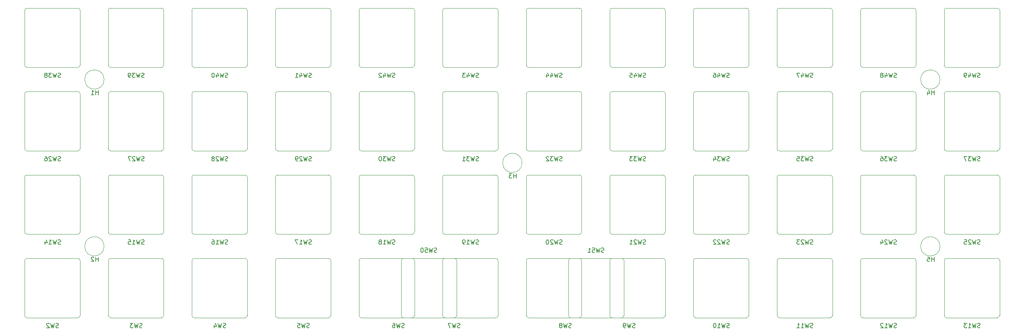
<source format=gbr>
G04 #@! TF.GenerationSoftware,KiCad,Pcbnew,(5.1.4)-1*
G04 #@! TF.CreationDate,2021-07-18T00:57:38-04:00*
G04 #@! TF.ProjectId,ortho-40percent,6f727468-6f2d-4343-9070-657263656e74,rev?*
G04 #@! TF.SameCoordinates,Original*
G04 #@! TF.FileFunction,Legend,Bot*
G04 #@! TF.FilePolarity,Positive*
%FSLAX46Y46*%
G04 Gerber Fmt 4.6, Leading zero omitted, Abs format (unit mm)*
G04 Created by KiCad (PCBNEW (5.1.4)-1) date 2021-07-18 00:57:38*
%MOMM*%
%LPD*%
G04 APERTURE LIST*
%ADD10C,0.120000*%
%ADD11C,0.150000*%
G04 APERTURE END LIST*
D10*
X61660000Y-182420000D02*
G75*
G03X61660000Y-182420000I-2200000J0D01*
G01*
X61660000Y-220420000D02*
G75*
G03X61660000Y-220420000I-2200000J0D01*
G01*
X156660000Y-201420000D02*
G75*
G03X156660000Y-201420000I-2200000J0D01*
G01*
X251660000Y-182420000D02*
G75*
G03X251660000Y-182420000I-2200000J0D01*
G01*
X43610000Y-236170000D02*
G75*
G03X44110000Y-236670000I500000J0D01*
G01*
X55710000Y-236670000D02*
G75*
G03X56210000Y-236170000I0J500000D01*
G01*
X56210000Y-223670000D02*
G75*
G03X55710000Y-223170000I-500000J0D01*
G01*
X44110000Y-223170000D02*
G75*
G03X43610000Y-223670000I0J-500000D01*
G01*
X55710000Y-223170000D02*
X44110000Y-223170000D01*
X43610000Y-236170000D02*
X43610000Y-223670000D01*
X55710000Y-236670000D02*
X44110000Y-236670000D01*
X56210000Y-236170000D02*
X56210000Y-223670000D01*
X62610000Y-236170000D02*
G75*
G03X63110000Y-236670000I500000J0D01*
G01*
X74710000Y-236670000D02*
G75*
G03X75210000Y-236170000I0J500000D01*
G01*
X75210000Y-223670000D02*
G75*
G03X74710000Y-223170000I-500000J0D01*
G01*
X63110000Y-223170000D02*
G75*
G03X62610000Y-223670000I0J-500000D01*
G01*
X74710000Y-223170000D02*
X63110000Y-223170000D01*
X62610000Y-236170000D02*
X62610000Y-223670000D01*
X74710000Y-236670000D02*
X63110000Y-236670000D01*
X75210000Y-236170000D02*
X75210000Y-223670000D01*
X81610000Y-236170000D02*
G75*
G03X82110000Y-236670000I500000J0D01*
G01*
X93710000Y-236670000D02*
G75*
G03X94210000Y-236170000I0J500000D01*
G01*
X94210000Y-223670000D02*
G75*
G03X93710000Y-223170000I-500000J0D01*
G01*
X82110000Y-223170000D02*
G75*
G03X81610000Y-223670000I0J-500000D01*
G01*
X93710000Y-223170000D02*
X82110000Y-223170000D01*
X81610000Y-236170000D02*
X81610000Y-223670000D01*
X93710000Y-236670000D02*
X82110000Y-236670000D01*
X94210000Y-236170000D02*
X94210000Y-223670000D01*
X100610000Y-236170000D02*
G75*
G03X101110000Y-236670000I500000J0D01*
G01*
X112710000Y-236670000D02*
G75*
G03X113210000Y-236170000I0J500000D01*
G01*
X113210000Y-223670000D02*
G75*
G03X112710000Y-223170000I-500000J0D01*
G01*
X101110000Y-223170000D02*
G75*
G03X100610000Y-223670000I0J-500000D01*
G01*
X112710000Y-223170000D02*
X101110000Y-223170000D01*
X100610000Y-236170000D02*
X100610000Y-223670000D01*
X112710000Y-236670000D02*
X101110000Y-236670000D01*
X113210000Y-236170000D02*
X113210000Y-223670000D01*
X119610000Y-236170000D02*
G75*
G03X120110000Y-236670000I500000J0D01*
G01*
X131710000Y-236670000D02*
G75*
G03X132210000Y-236170000I0J500000D01*
G01*
X132210000Y-223670000D02*
G75*
G03X131710000Y-223170000I-500000J0D01*
G01*
X120110000Y-223170000D02*
G75*
G03X119610000Y-223670000I0J-500000D01*
G01*
X131710000Y-223170000D02*
X120110000Y-223170000D01*
X119610000Y-236170000D02*
X119610000Y-223670000D01*
X131710000Y-236670000D02*
X120110000Y-236670000D01*
X132210000Y-236170000D02*
X132210000Y-223670000D01*
X138610000Y-236170000D02*
G75*
G03X139110000Y-236670000I500000J0D01*
G01*
X150710000Y-236670000D02*
G75*
G03X151210000Y-236170000I0J500000D01*
G01*
X151210000Y-223670000D02*
G75*
G03X150710000Y-223170000I-500000J0D01*
G01*
X139110000Y-223170000D02*
G75*
G03X138610000Y-223670000I0J-500000D01*
G01*
X150710000Y-223170000D02*
X139110000Y-223170000D01*
X138610000Y-236170000D02*
X138610000Y-223670000D01*
X150710000Y-236670000D02*
X139110000Y-236670000D01*
X151210000Y-236170000D02*
X151210000Y-223670000D01*
X157610000Y-236170000D02*
G75*
G03X158110000Y-236670000I500000J0D01*
G01*
X169710000Y-236670000D02*
G75*
G03X170210000Y-236170000I0J500000D01*
G01*
X170210000Y-223670000D02*
G75*
G03X169710000Y-223170000I-500000J0D01*
G01*
X158110000Y-223170000D02*
G75*
G03X157610000Y-223670000I0J-500000D01*
G01*
X169710000Y-223170000D02*
X158110000Y-223170000D01*
X157610000Y-236170000D02*
X157610000Y-223670000D01*
X169710000Y-236670000D02*
X158110000Y-236670000D01*
X170210000Y-236170000D02*
X170210000Y-223670000D01*
X176610000Y-236170000D02*
G75*
G03X177110000Y-236670000I500000J0D01*
G01*
X188710000Y-236670000D02*
G75*
G03X189210000Y-236170000I0J500000D01*
G01*
X189210000Y-223670000D02*
G75*
G03X188710000Y-223170000I-500000J0D01*
G01*
X177110000Y-223170000D02*
G75*
G03X176610000Y-223670000I0J-500000D01*
G01*
X188710000Y-223170000D02*
X177110000Y-223170000D01*
X176610000Y-236170000D02*
X176610000Y-223670000D01*
X188710000Y-236670000D02*
X177110000Y-236670000D01*
X189210000Y-236170000D02*
X189210000Y-223670000D01*
X195610000Y-236170000D02*
G75*
G03X196110000Y-236670000I500000J0D01*
G01*
X207710000Y-236670000D02*
G75*
G03X208210000Y-236170000I0J500000D01*
G01*
X208210000Y-223670000D02*
G75*
G03X207710000Y-223170000I-500000J0D01*
G01*
X196110000Y-223170000D02*
G75*
G03X195610000Y-223670000I0J-500000D01*
G01*
X207710000Y-223170000D02*
X196110000Y-223170000D01*
X195610000Y-236170000D02*
X195610000Y-223670000D01*
X207710000Y-236670000D02*
X196110000Y-236670000D01*
X208210000Y-236170000D02*
X208210000Y-223670000D01*
X214610000Y-236170000D02*
G75*
G03X215110000Y-236670000I500000J0D01*
G01*
X226710000Y-236670000D02*
G75*
G03X227210000Y-236170000I0J500000D01*
G01*
X227210000Y-223670000D02*
G75*
G03X226710000Y-223170000I-500000J0D01*
G01*
X215110000Y-223170000D02*
G75*
G03X214610000Y-223670000I0J-500000D01*
G01*
X226710000Y-223170000D02*
X215110000Y-223170000D01*
X214610000Y-236170000D02*
X214610000Y-223670000D01*
X226710000Y-236670000D02*
X215110000Y-236670000D01*
X227210000Y-236170000D02*
X227210000Y-223670000D01*
X233610000Y-236170000D02*
G75*
G03X234110000Y-236670000I500000J0D01*
G01*
X245710000Y-236670000D02*
G75*
G03X246210000Y-236170000I0J500000D01*
G01*
X246210000Y-223670000D02*
G75*
G03X245710000Y-223170000I-500000J0D01*
G01*
X234110000Y-223170000D02*
G75*
G03X233610000Y-223670000I0J-500000D01*
G01*
X245710000Y-223170000D02*
X234110000Y-223170000D01*
X233610000Y-236170000D02*
X233610000Y-223670000D01*
X245710000Y-236670000D02*
X234110000Y-236670000D01*
X246210000Y-236170000D02*
X246210000Y-223670000D01*
X252610000Y-236170000D02*
G75*
G03X253110000Y-236670000I500000J0D01*
G01*
X264710000Y-236670000D02*
G75*
G03X265210000Y-236170000I0J500000D01*
G01*
X265210000Y-223670000D02*
G75*
G03X264710000Y-223170000I-500000J0D01*
G01*
X253110000Y-223170000D02*
G75*
G03X252610000Y-223670000I0J-500000D01*
G01*
X264710000Y-223170000D02*
X253110000Y-223170000D01*
X252610000Y-236170000D02*
X252610000Y-223670000D01*
X264710000Y-236670000D02*
X253110000Y-236670000D01*
X265210000Y-236170000D02*
X265210000Y-223670000D01*
X43610000Y-217170000D02*
G75*
G03X44110000Y-217670000I500000J0D01*
G01*
X55710000Y-217670000D02*
G75*
G03X56210000Y-217170000I0J500000D01*
G01*
X56210000Y-204670000D02*
G75*
G03X55710000Y-204170000I-500000J0D01*
G01*
X44110000Y-204170000D02*
G75*
G03X43610000Y-204670000I0J-500000D01*
G01*
X55710000Y-204170000D02*
X44110000Y-204170000D01*
X43610000Y-217170000D02*
X43610000Y-204670000D01*
X55710000Y-217670000D02*
X44110000Y-217670000D01*
X56210000Y-217170000D02*
X56210000Y-204670000D01*
X62610000Y-217170000D02*
G75*
G03X63110000Y-217670000I500000J0D01*
G01*
X74710000Y-217670000D02*
G75*
G03X75210000Y-217170000I0J500000D01*
G01*
X75210000Y-204670000D02*
G75*
G03X74710000Y-204170000I-500000J0D01*
G01*
X63110000Y-204170000D02*
G75*
G03X62610000Y-204670000I0J-500000D01*
G01*
X74710000Y-204170000D02*
X63110000Y-204170000D01*
X62610000Y-217170000D02*
X62610000Y-204670000D01*
X74710000Y-217670000D02*
X63110000Y-217670000D01*
X75210000Y-217170000D02*
X75210000Y-204670000D01*
X81610000Y-217170000D02*
G75*
G03X82110000Y-217670000I500000J0D01*
G01*
X93710000Y-217670000D02*
G75*
G03X94210000Y-217170000I0J500000D01*
G01*
X94210000Y-204670000D02*
G75*
G03X93710000Y-204170000I-500000J0D01*
G01*
X82110000Y-204170000D02*
G75*
G03X81610000Y-204670000I0J-500000D01*
G01*
X93710000Y-204170000D02*
X82110000Y-204170000D01*
X81610000Y-217170000D02*
X81610000Y-204670000D01*
X93710000Y-217670000D02*
X82110000Y-217670000D01*
X94210000Y-217170000D02*
X94210000Y-204670000D01*
X100610000Y-217170000D02*
G75*
G03X101110000Y-217670000I500000J0D01*
G01*
X112710000Y-217670000D02*
G75*
G03X113210000Y-217170000I0J500000D01*
G01*
X113210000Y-204670000D02*
G75*
G03X112710000Y-204170000I-500000J0D01*
G01*
X101110000Y-204170000D02*
G75*
G03X100610000Y-204670000I0J-500000D01*
G01*
X112710000Y-204170000D02*
X101110000Y-204170000D01*
X100610000Y-217170000D02*
X100610000Y-204670000D01*
X112710000Y-217670000D02*
X101110000Y-217670000D01*
X113210000Y-217170000D02*
X113210000Y-204670000D01*
X119610000Y-217170000D02*
G75*
G03X120110000Y-217670000I500000J0D01*
G01*
X131710000Y-217670000D02*
G75*
G03X132210000Y-217170000I0J500000D01*
G01*
X132210000Y-204670000D02*
G75*
G03X131710000Y-204170000I-500000J0D01*
G01*
X120110000Y-204170000D02*
G75*
G03X119610000Y-204670000I0J-500000D01*
G01*
X131710000Y-204170000D02*
X120110000Y-204170000D01*
X119610000Y-217170000D02*
X119610000Y-204670000D01*
X131710000Y-217670000D02*
X120110000Y-217670000D01*
X132210000Y-217170000D02*
X132210000Y-204670000D01*
X138610000Y-217170000D02*
G75*
G03X139110000Y-217670000I500000J0D01*
G01*
X150710000Y-217670000D02*
G75*
G03X151210000Y-217170000I0J500000D01*
G01*
X151210000Y-204670000D02*
G75*
G03X150710000Y-204170000I-500000J0D01*
G01*
X139110000Y-204170000D02*
G75*
G03X138610000Y-204670000I0J-500000D01*
G01*
X150710000Y-204170000D02*
X139110000Y-204170000D01*
X138610000Y-217170000D02*
X138610000Y-204670000D01*
X150710000Y-217670000D02*
X139110000Y-217670000D01*
X151210000Y-217170000D02*
X151210000Y-204670000D01*
X157610000Y-217170000D02*
G75*
G03X158110000Y-217670000I500000J0D01*
G01*
X169710000Y-217670000D02*
G75*
G03X170210000Y-217170000I0J500000D01*
G01*
X170210000Y-204670000D02*
G75*
G03X169710000Y-204170000I-500000J0D01*
G01*
X158110000Y-204170000D02*
G75*
G03X157610000Y-204670000I0J-500000D01*
G01*
X169710000Y-204170000D02*
X158110000Y-204170000D01*
X157610000Y-217170000D02*
X157610000Y-204670000D01*
X169710000Y-217670000D02*
X158110000Y-217670000D01*
X170210000Y-217170000D02*
X170210000Y-204670000D01*
X176610000Y-217170000D02*
G75*
G03X177110000Y-217670000I500000J0D01*
G01*
X188710000Y-217670000D02*
G75*
G03X189210000Y-217170000I0J500000D01*
G01*
X189210000Y-204670000D02*
G75*
G03X188710000Y-204170000I-500000J0D01*
G01*
X177110000Y-204170000D02*
G75*
G03X176610000Y-204670000I0J-500000D01*
G01*
X188710000Y-204170000D02*
X177110000Y-204170000D01*
X176610000Y-217170000D02*
X176610000Y-204670000D01*
X188710000Y-217670000D02*
X177110000Y-217670000D01*
X189210000Y-217170000D02*
X189210000Y-204670000D01*
X195610000Y-217170000D02*
G75*
G03X196110000Y-217670000I500000J0D01*
G01*
X207710000Y-217670000D02*
G75*
G03X208210000Y-217170000I0J500000D01*
G01*
X208210000Y-204670000D02*
G75*
G03X207710000Y-204170000I-500000J0D01*
G01*
X196110000Y-204170000D02*
G75*
G03X195610000Y-204670000I0J-500000D01*
G01*
X207710000Y-204170000D02*
X196110000Y-204170000D01*
X195610000Y-217170000D02*
X195610000Y-204670000D01*
X207710000Y-217670000D02*
X196110000Y-217670000D01*
X208210000Y-217170000D02*
X208210000Y-204670000D01*
X214610000Y-217170000D02*
G75*
G03X215110000Y-217670000I500000J0D01*
G01*
X226710000Y-217670000D02*
G75*
G03X227210000Y-217170000I0J500000D01*
G01*
X227210000Y-204670000D02*
G75*
G03X226710000Y-204170000I-500000J0D01*
G01*
X215110000Y-204170000D02*
G75*
G03X214610000Y-204670000I0J-500000D01*
G01*
X226710000Y-204170000D02*
X215110000Y-204170000D01*
X214610000Y-217170000D02*
X214610000Y-204670000D01*
X226710000Y-217670000D02*
X215110000Y-217670000D01*
X227210000Y-217170000D02*
X227210000Y-204670000D01*
X233610000Y-217170000D02*
G75*
G03X234110000Y-217670000I500000J0D01*
G01*
X245710000Y-217670000D02*
G75*
G03X246210000Y-217170000I0J500000D01*
G01*
X246210000Y-204670000D02*
G75*
G03X245710000Y-204170000I-500000J0D01*
G01*
X234110000Y-204170000D02*
G75*
G03X233610000Y-204670000I0J-500000D01*
G01*
X245710000Y-204170000D02*
X234110000Y-204170000D01*
X233610000Y-217170000D02*
X233610000Y-204670000D01*
X245710000Y-217670000D02*
X234110000Y-217670000D01*
X246210000Y-217170000D02*
X246210000Y-204670000D01*
X252610000Y-217170000D02*
G75*
G03X253110000Y-217670000I500000J0D01*
G01*
X264710000Y-217670000D02*
G75*
G03X265210000Y-217170000I0J500000D01*
G01*
X265210000Y-204670000D02*
G75*
G03X264710000Y-204170000I-500000J0D01*
G01*
X253110000Y-204170000D02*
G75*
G03X252610000Y-204670000I0J-500000D01*
G01*
X264710000Y-204170000D02*
X253110000Y-204170000D01*
X252610000Y-217170000D02*
X252610000Y-204670000D01*
X264710000Y-217670000D02*
X253110000Y-217670000D01*
X265210000Y-217170000D02*
X265210000Y-204670000D01*
X43610000Y-198170000D02*
G75*
G03X44110000Y-198670000I500000J0D01*
G01*
X55710000Y-198670000D02*
G75*
G03X56210000Y-198170000I0J500000D01*
G01*
X56210000Y-185670000D02*
G75*
G03X55710000Y-185170000I-500000J0D01*
G01*
X44110000Y-185170000D02*
G75*
G03X43610000Y-185670000I0J-500000D01*
G01*
X55710000Y-185170000D02*
X44110000Y-185170000D01*
X43610000Y-198170000D02*
X43610000Y-185670000D01*
X55710000Y-198670000D02*
X44110000Y-198670000D01*
X56210000Y-198170000D02*
X56210000Y-185670000D01*
X62610000Y-198170000D02*
G75*
G03X63110000Y-198670000I500000J0D01*
G01*
X74710000Y-198670000D02*
G75*
G03X75210000Y-198170000I0J500000D01*
G01*
X75210000Y-185670000D02*
G75*
G03X74710000Y-185170000I-500000J0D01*
G01*
X63110000Y-185170000D02*
G75*
G03X62610000Y-185670000I0J-500000D01*
G01*
X74710000Y-185170000D02*
X63110000Y-185170000D01*
X62610000Y-198170000D02*
X62610000Y-185670000D01*
X74710000Y-198670000D02*
X63110000Y-198670000D01*
X75210000Y-198170000D02*
X75210000Y-185670000D01*
X81610000Y-198170000D02*
G75*
G03X82110000Y-198670000I500000J0D01*
G01*
X93710000Y-198670000D02*
G75*
G03X94210000Y-198170000I0J500000D01*
G01*
X94210000Y-185670000D02*
G75*
G03X93710000Y-185170000I-500000J0D01*
G01*
X82110000Y-185170000D02*
G75*
G03X81610000Y-185670000I0J-500000D01*
G01*
X93710000Y-185170000D02*
X82110000Y-185170000D01*
X81610000Y-198170000D02*
X81610000Y-185670000D01*
X93710000Y-198670000D02*
X82110000Y-198670000D01*
X94210000Y-198170000D02*
X94210000Y-185670000D01*
X100610000Y-198170000D02*
G75*
G03X101110000Y-198670000I500000J0D01*
G01*
X112710000Y-198670000D02*
G75*
G03X113210000Y-198170000I0J500000D01*
G01*
X113210000Y-185670000D02*
G75*
G03X112710000Y-185170000I-500000J0D01*
G01*
X101110000Y-185170000D02*
G75*
G03X100610000Y-185670000I0J-500000D01*
G01*
X112710000Y-185170000D02*
X101110000Y-185170000D01*
X100610000Y-198170000D02*
X100610000Y-185670000D01*
X112710000Y-198670000D02*
X101110000Y-198670000D01*
X113210000Y-198170000D02*
X113210000Y-185670000D01*
X119610000Y-198170000D02*
G75*
G03X120110000Y-198670000I500000J0D01*
G01*
X131710000Y-198670000D02*
G75*
G03X132210000Y-198170000I0J500000D01*
G01*
X132210000Y-185670000D02*
G75*
G03X131710000Y-185170000I-500000J0D01*
G01*
X120110000Y-185170000D02*
G75*
G03X119610000Y-185670000I0J-500000D01*
G01*
X131710000Y-185170000D02*
X120110000Y-185170000D01*
X119610000Y-198170000D02*
X119610000Y-185670000D01*
X131710000Y-198670000D02*
X120110000Y-198670000D01*
X132210000Y-198170000D02*
X132210000Y-185670000D01*
X138610000Y-198170000D02*
G75*
G03X139110000Y-198670000I500000J0D01*
G01*
X150710000Y-198670000D02*
G75*
G03X151210000Y-198170000I0J500000D01*
G01*
X151210000Y-185670000D02*
G75*
G03X150710000Y-185170000I-500000J0D01*
G01*
X139110000Y-185170000D02*
G75*
G03X138610000Y-185670000I0J-500000D01*
G01*
X150710000Y-185170000D02*
X139110000Y-185170000D01*
X138610000Y-198170000D02*
X138610000Y-185670000D01*
X150710000Y-198670000D02*
X139110000Y-198670000D01*
X151210000Y-198170000D02*
X151210000Y-185670000D01*
X157610000Y-198170000D02*
G75*
G03X158110000Y-198670000I500000J0D01*
G01*
X169710000Y-198670000D02*
G75*
G03X170210000Y-198170000I0J500000D01*
G01*
X170210000Y-185670000D02*
G75*
G03X169710000Y-185170000I-500000J0D01*
G01*
X158110000Y-185170000D02*
G75*
G03X157610000Y-185670000I0J-500000D01*
G01*
X169710000Y-185170000D02*
X158110000Y-185170000D01*
X157610000Y-198170000D02*
X157610000Y-185670000D01*
X169710000Y-198670000D02*
X158110000Y-198670000D01*
X170210000Y-198170000D02*
X170210000Y-185670000D01*
X176610000Y-198170000D02*
G75*
G03X177110000Y-198670000I500000J0D01*
G01*
X188710000Y-198670000D02*
G75*
G03X189210000Y-198170000I0J500000D01*
G01*
X189210000Y-185670000D02*
G75*
G03X188710000Y-185170000I-500000J0D01*
G01*
X177110000Y-185170000D02*
G75*
G03X176610000Y-185670000I0J-500000D01*
G01*
X188710000Y-185170000D02*
X177110000Y-185170000D01*
X176610000Y-198170000D02*
X176610000Y-185670000D01*
X188710000Y-198670000D02*
X177110000Y-198670000D01*
X189210000Y-198170000D02*
X189210000Y-185670000D01*
X195610000Y-198170000D02*
G75*
G03X196110000Y-198670000I500000J0D01*
G01*
X207710000Y-198670000D02*
G75*
G03X208210000Y-198170000I0J500000D01*
G01*
X208210000Y-185670000D02*
G75*
G03X207710000Y-185170000I-500000J0D01*
G01*
X196110000Y-185170000D02*
G75*
G03X195610000Y-185670000I0J-500000D01*
G01*
X207710000Y-185170000D02*
X196110000Y-185170000D01*
X195610000Y-198170000D02*
X195610000Y-185670000D01*
X207710000Y-198670000D02*
X196110000Y-198670000D01*
X208210000Y-198170000D02*
X208210000Y-185670000D01*
X214610000Y-198170000D02*
G75*
G03X215110000Y-198670000I500000J0D01*
G01*
X226710000Y-198670000D02*
G75*
G03X227210000Y-198170000I0J500000D01*
G01*
X227210000Y-185670000D02*
G75*
G03X226710000Y-185170000I-500000J0D01*
G01*
X215110000Y-185170000D02*
G75*
G03X214610000Y-185670000I0J-500000D01*
G01*
X226710000Y-185170000D02*
X215110000Y-185170000D01*
X214610000Y-198170000D02*
X214610000Y-185670000D01*
X226710000Y-198670000D02*
X215110000Y-198670000D01*
X227210000Y-198170000D02*
X227210000Y-185670000D01*
X233610000Y-198170000D02*
G75*
G03X234110000Y-198670000I500000J0D01*
G01*
X245710000Y-198670000D02*
G75*
G03X246210000Y-198170000I0J500000D01*
G01*
X246210000Y-185670000D02*
G75*
G03X245710000Y-185170000I-500000J0D01*
G01*
X234110000Y-185170000D02*
G75*
G03X233610000Y-185670000I0J-500000D01*
G01*
X245710000Y-185170000D02*
X234110000Y-185170000D01*
X233610000Y-198170000D02*
X233610000Y-185670000D01*
X245710000Y-198670000D02*
X234110000Y-198670000D01*
X246210000Y-198170000D02*
X246210000Y-185670000D01*
X252610000Y-198170000D02*
G75*
G03X253110000Y-198670000I500000J0D01*
G01*
X264710000Y-198670000D02*
G75*
G03X265210000Y-198170000I0J500000D01*
G01*
X265210000Y-185670000D02*
G75*
G03X264710000Y-185170000I-500000J0D01*
G01*
X253110000Y-185170000D02*
G75*
G03X252610000Y-185670000I0J-500000D01*
G01*
X264710000Y-185170000D02*
X253110000Y-185170000D01*
X252610000Y-198170000D02*
X252610000Y-185670000D01*
X264710000Y-198670000D02*
X253110000Y-198670000D01*
X265210000Y-198170000D02*
X265210000Y-185670000D01*
X43610000Y-179170000D02*
G75*
G03X44110000Y-179670000I500000J0D01*
G01*
X55710000Y-179670000D02*
G75*
G03X56210000Y-179170000I0J500000D01*
G01*
X56210000Y-166670000D02*
G75*
G03X55710000Y-166170000I-500000J0D01*
G01*
X44110000Y-166170000D02*
G75*
G03X43610000Y-166670000I0J-500000D01*
G01*
X55710000Y-166170000D02*
X44110000Y-166170000D01*
X43610000Y-179170000D02*
X43610000Y-166670000D01*
X55710000Y-179670000D02*
X44110000Y-179670000D01*
X56210000Y-179170000D02*
X56210000Y-166670000D01*
X62610000Y-179170000D02*
G75*
G03X63110000Y-179670000I500000J0D01*
G01*
X74710000Y-179670000D02*
G75*
G03X75210000Y-179170000I0J500000D01*
G01*
X75210000Y-166670000D02*
G75*
G03X74710000Y-166170000I-500000J0D01*
G01*
X63110000Y-166170000D02*
G75*
G03X62610000Y-166670000I0J-500000D01*
G01*
X74710000Y-166170000D02*
X63110000Y-166170000D01*
X62610000Y-179170000D02*
X62610000Y-166670000D01*
X74710000Y-179670000D02*
X63110000Y-179670000D01*
X75210000Y-179170000D02*
X75210000Y-166670000D01*
X81610000Y-179170000D02*
G75*
G03X82110000Y-179670000I500000J0D01*
G01*
X93710000Y-179670000D02*
G75*
G03X94210000Y-179170000I0J500000D01*
G01*
X94210000Y-166670000D02*
G75*
G03X93710000Y-166170000I-500000J0D01*
G01*
X82110000Y-166170000D02*
G75*
G03X81610000Y-166670000I0J-500000D01*
G01*
X93710000Y-166170000D02*
X82110000Y-166170000D01*
X81610000Y-179170000D02*
X81610000Y-166670000D01*
X93710000Y-179670000D02*
X82110000Y-179670000D01*
X94210000Y-179170000D02*
X94210000Y-166670000D01*
X100610000Y-179170000D02*
G75*
G03X101110000Y-179670000I500000J0D01*
G01*
X112710000Y-179670000D02*
G75*
G03X113210000Y-179170000I0J500000D01*
G01*
X113210000Y-166670000D02*
G75*
G03X112710000Y-166170000I-500000J0D01*
G01*
X101110000Y-166170000D02*
G75*
G03X100610000Y-166670000I0J-500000D01*
G01*
X112710000Y-166170000D02*
X101110000Y-166170000D01*
X100610000Y-179170000D02*
X100610000Y-166670000D01*
X112710000Y-179670000D02*
X101110000Y-179670000D01*
X113210000Y-179170000D02*
X113210000Y-166670000D01*
X119610000Y-179170000D02*
G75*
G03X120110000Y-179670000I500000J0D01*
G01*
X131710000Y-179670000D02*
G75*
G03X132210000Y-179170000I0J500000D01*
G01*
X132210000Y-166670000D02*
G75*
G03X131710000Y-166170000I-500000J0D01*
G01*
X120110000Y-166170000D02*
G75*
G03X119610000Y-166670000I0J-500000D01*
G01*
X131710000Y-166170000D02*
X120110000Y-166170000D01*
X119610000Y-179170000D02*
X119610000Y-166670000D01*
X131710000Y-179670000D02*
X120110000Y-179670000D01*
X132210000Y-179170000D02*
X132210000Y-166670000D01*
X138610000Y-179170000D02*
G75*
G03X139110000Y-179670000I500000J0D01*
G01*
X150710000Y-179670000D02*
G75*
G03X151210000Y-179170000I0J500000D01*
G01*
X151210000Y-166670000D02*
G75*
G03X150710000Y-166170000I-500000J0D01*
G01*
X139110000Y-166170000D02*
G75*
G03X138610000Y-166670000I0J-500000D01*
G01*
X150710000Y-166170000D02*
X139110000Y-166170000D01*
X138610000Y-179170000D02*
X138610000Y-166670000D01*
X150710000Y-179670000D02*
X139110000Y-179670000D01*
X151210000Y-179170000D02*
X151210000Y-166670000D01*
X157610000Y-179170000D02*
G75*
G03X158110000Y-179670000I500000J0D01*
G01*
X169710000Y-179670000D02*
G75*
G03X170210000Y-179170000I0J500000D01*
G01*
X170210000Y-166670000D02*
G75*
G03X169710000Y-166170000I-500000J0D01*
G01*
X158110000Y-166170000D02*
G75*
G03X157610000Y-166670000I0J-500000D01*
G01*
X169710000Y-166170000D02*
X158110000Y-166170000D01*
X157610000Y-179170000D02*
X157610000Y-166670000D01*
X169710000Y-179670000D02*
X158110000Y-179670000D01*
X170210000Y-179170000D02*
X170210000Y-166670000D01*
X176610000Y-179170000D02*
G75*
G03X177110000Y-179670000I500000J0D01*
G01*
X188710000Y-179670000D02*
G75*
G03X189210000Y-179170000I0J500000D01*
G01*
X189210000Y-166670000D02*
G75*
G03X188710000Y-166170000I-500000J0D01*
G01*
X177110000Y-166170000D02*
G75*
G03X176610000Y-166670000I0J-500000D01*
G01*
X188710000Y-166170000D02*
X177110000Y-166170000D01*
X176610000Y-179170000D02*
X176610000Y-166670000D01*
X188710000Y-179670000D02*
X177110000Y-179670000D01*
X189210000Y-179170000D02*
X189210000Y-166670000D01*
X195610000Y-179170000D02*
G75*
G03X196110000Y-179670000I500000J0D01*
G01*
X207710000Y-179670000D02*
G75*
G03X208210000Y-179170000I0J500000D01*
G01*
X208210000Y-166670000D02*
G75*
G03X207710000Y-166170000I-500000J0D01*
G01*
X196110000Y-166170000D02*
G75*
G03X195610000Y-166670000I0J-500000D01*
G01*
X207710000Y-166170000D02*
X196110000Y-166170000D01*
X195610000Y-179170000D02*
X195610000Y-166670000D01*
X207710000Y-179670000D02*
X196110000Y-179670000D01*
X208210000Y-179170000D02*
X208210000Y-166670000D01*
X214610000Y-179170000D02*
G75*
G03X215110000Y-179670000I500000J0D01*
G01*
X226710000Y-179670000D02*
G75*
G03X227210000Y-179170000I0J500000D01*
G01*
X227210000Y-166670000D02*
G75*
G03X226710000Y-166170000I-500000J0D01*
G01*
X215110000Y-166170000D02*
G75*
G03X214610000Y-166670000I0J-500000D01*
G01*
X226710000Y-166170000D02*
X215110000Y-166170000D01*
X214610000Y-179170000D02*
X214610000Y-166670000D01*
X226710000Y-179670000D02*
X215110000Y-179670000D01*
X227210000Y-179170000D02*
X227210000Y-166670000D01*
X233610000Y-179170000D02*
G75*
G03X234110000Y-179670000I500000J0D01*
G01*
X245710000Y-179670000D02*
G75*
G03X246210000Y-179170000I0J500000D01*
G01*
X246210000Y-166670000D02*
G75*
G03X245710000Y-166170000I-500000J0D01*
G01*
X234110000Y-166170000D02*
G75*
G03X233610000Y-166670000I0J-500000D01*
G01*
X245710000Y-166170000D02*
X234110000Y-166170000D01*
X233610000Y-179170000D02*
X233610000Y-166670000D01*
X245710000Y-179670000D02*
X234110000Y-179670000D01*
X246210000Y-179170000D02*
X246210000Y-166670000D01*
X252610000Y-179170000D02*
G75*
G03X253110000Y-179670000I500000J0D01*
G01*
X264710000Y-179670000D02*
G75*
G03X265210000Y-179170000I0J500000D01*
G01*
X265210000Y-166670000D02*
G75*
G03X264710000Y-166170000I-500000J0D01*
G01*
X253110000Y-166170000D02*
G75*
G03X252610000Y-166670000I0J-500000D01*
G01*
X264710000Y-166170000D02*
X253110000Y-166170000D01*
X252610000Y-179170000D02*
X252610000Y-166670000D01*
X264710000Y-179670000D02*
X253110000Y-179670000D01*
X265210000Y-179170000D02*
X265210000Y-166670000D01*
X251660000Y-220420000D02*
G75*
G03X251660000Y-220420000I-2200000J0D01*
G01*
X129210000Y-223670000D02*
X129210000Y-236170000D01*
X129710000Y-223170000D02*
X141310000Y-223170000D01*
X141810000Y-223670000D02*
X141810000Y-236170000D01*
X129710000Y-236670000D02*
X141310000Y-236670000D01*
X141310000Y-236670000D02*
G75*
G03X141810000Y-236170000I0J500000D01*
G01*
X129210000Y-236170000D02*
G75*
G03X129710000Y-236670000I500000J0D01*
G01*
X129710000Y-223170000D02*
G75*
G03X129210000Y-223670000I0J-500000D01*
G01*
X141810000Y-223670000D02*
G75*
G03X141310000Y-223170000I-500000J0D01*
G01*
X167210000Y-223670000D02*
X167210000Y-236170000D01*
X167710000Y-223170000D02*
X179310000Y-223170000D01*
X179810000Y-223670000D02*
X179810000Y-236170000D01*
X167710000Y-236670000D02*
X179310000Y-236670000D01*
X179310000Y-236670000D02*
G75*
G03X179810000Y-236170000I0J500000D01*
G01*
X167210000Y-236170000D02*
G75*
G03X167710000Y-236670000I500000J0D01*
G01*
X167710000Y-223170000D02*
G75*
G03X167210000Y-223670000I0J-500000D01*
G01*
X179810000Y-223670000D02*
G75*
G03X179310000Y-223170000I-500000J0D01*
G01*
D11*
X60321904Y-185872380D02*
X60321904Y-184872380D01*
X60321904Y-185348571D02*
X59750476Y-185348571D01*
X59750476Y-185872380D02*
X59750476Y-184872380D01*
X58750476Y-185872380D02*
X59321904Y-185872380D01*
X59036190Y-185872380D02*
X59036190Y-184872380D01*
X59131428Y-185015238D01*
X59226666Y-185110476D01*
X59321904Y-185158095D01*
X60321904Y-223872380D02*
X60321904Y-222872380D01*
X60321904Y-223348571D02*
X59750476Y-223348571D01*
X59750476Y-223872380D02*
X59750476Y-222872380D01*
X59321904Y-222967619D02*
X59274285Y-222920000D01*
X59179047Y-222872380D01*
X58940952Y-222872380D01*
X58845714Y-222920000D01*
X58798095Y-222967619D01*
X58750476Y-223062857D01*
X58750476Y-223158095D01*
X58798095Y-223300952D01*
X59369523Y-223872380D01*
X58750476Y-223872380D01*
X155321904Y-204872380D02*
X155321904Y-203872380D01*
X155321904Y-204348571D02*
X154750476Y-204348571D01*
X154750476Y-204872380D02*
X154750476Y-203872380D01*
X154369523Y-203872380D02*
X153750476Y-203872380D01*
X154083809Y-204253333D01*
X153940952Y-204253333D01*
X153845714Y-204300952D01*
X153798095Y-204348571D01*
X153750476Y-204443809D01*
X153750476Y-204681904D01*
X153798095Y-204777142D01*
X153845714Y-204824761D01*
X153940952Y-204872380D01*
X154226666Y-204872380D01*
X154321904Y-204824761D01*
X154369523Y-204777142D01*
X250321904Y-185872380D02*
X250321904Y-184872380D01*
X250321904Y-185348571D02*
X249750476Y-185348571D01*
X249750476Y-185872380D02*
X249750476Y-184872380D01*
X248845714Y-185205714D02*
X248845714Y-185872380D01*
X249083809Y-184824761D02*
X249321904Y-185539047D01*
X248702857Y-185539047D01*
X51293333Y-238904761D02*
X51150476Y-238952380D01*
X50912380Y-238952380D01*
X50817142Y-238904761D01*
X50769523Y-238857142D01*
X50721904Y-238761904D01*
X50721904Y-238666666D01*
X50769523Y-238571428D01*
X50817142Y-238523809D01*
X50912380Y-238476190D01*
X51102857Y-238428571D01*
X51198095Y-238380952D01*
X51245714Y-238333333D01*
X51293333Y-238238095D01*
X51293333Y-238142857D01*
X51245714Y-238047619D01*
X51198095Y-238000000D01*
X51102857Y-237952380D01*
X50864761Y-237952380D01*
X50721904Y-238000000D01*
X50388571Y-237952380D02*
X50150476Y-238952380D01*
X49960000Y-238238095D01*
X49769523Y-238952380D01*
X49531428Y-237952380D01*
X49198095Y-238047619D02*
X49150476Y-238000000D01*
X49055238Y-237952380D01*
X48817142Y-237952380D01*
X48721904Y-238000000D01*
X48674285Y-238047619D01*
X48626666Y-238142857D01*
X48626666Y-238238095D01*
X48674285Y-238380952D01*
X49245714Y-238952380D01*
X48626666Y-238952380D01*
X70293333Y-238904761D02*
X70150476Y-238952380D01*
X69912380Y-238952380D01*
X69817142Y-238904761D01*
X69769523Y-238857142D01*
X69721904Y-238761904D01*
X69721904Y-238666666D01*
X69769523Y-238571428D01*
X69817142Y-238523809D01*
X69912380Y-238476190D01*
X70102857Y-238428571D01*
X70198095Y-238380952D01*
X70245714Y-238333333D01*
X70293333Y-238238095D01*
X70293333Y-238142857D01*
X70245714Y-238047619D01*
X70198095Y-238000000D01*
X70102857Y-237952380D01*
X69864761Y-237952380D01*
X69721904Y-238000000D01*
X69388571Y-237952380D02*
X69150476Y-238952380D01*
X68960000Y-238238095D01*
X68769523Y-238952380D01*
X68531428Y-237952380D01*
X68245714Y-237952380D02*
X67626666Y-237952380D01*
X67960000Y-238333333D01*
X67817142Y-238333333D01*
X67721904Y-238380952D01*
X67674285Y-238428571D01*
X67626666Y-238523809D01*
X67626666Y-238761904D01*
X67674285Y-238857142D01*
X67721904Y-238904761D01*
X67817142Y-238952380D01*
X68102857Y-238952380D01*
X68198095Y-238904761D01*
X68245714Y-238857142D01*
X89293333Y-238904761D02*
X89150476Y-238952380D01*
X88912380Y-238952380D01*
X88817142Y-238904761D01*
X88769523Y-238857142D01*
X88721904Y-238761904D01*
X88721904Y-238666666D01*
X88769523Y-238571428D01*
X88817142Y-238523809D01*
X88912380Y-238476190D01*
X89102857Y-238428571D01*
X89198095Y-238380952D01*
X89245714Y-238333333D01*
X89293333Y-238238095D01*
X89293333Y-238142857D01*
X89245714Y-238047619D01*
X89198095Y-238000000D01*
X89102857Y-237952380D01*
X88864761Y-237952380D01*
X88721904Y-238000000D01*
X88388571Y-237952380D02*
X88150476Y-238952380D01*
X87960000Y-238238095D01*
X87769523Y-238952380D01*
X87531428Y-237952380D01*
X86721904Y-238285714D02*
X86721904Y-238952380D01*
X86960000Y-237904761D02*
X87198095Y-238619047D01*
X86579047Y-238619047D01*
X108293333Y-238904761D02*
X108150476Y-238952380D01*
X107912380Y-238952380D01*
X107817142Y-238904761D01*
X107769523Y-238857142D01*
X107721904Y-238761904D01*
X107721904Y-238666666D01*
X107769523Y-238571428D01*
X107817142Y-238523809D01*
X107912380Y-238476190D01*
X108102857Y-238428571D01*
X108198095Y-238380952D01*
X108245714Y-238333333D01*
X108293333Y-238238095D01*
X108293333Y-238142857D01*
X108245714Y-238047619D01*
X108198095Y-238000000D01*
X108102857Y-237952380D01*
X107864761Y-237952380D01*
X107721904Y-238000000D01*
X107388571Y-237952380D02*
X107150476Y-238952380D01*
X106960000Y-238238095D01*
X106769523Y-238952380D01*
X106531428Y-237952380D01*
X105674285Y-237952380D02*
X106150476Y-237952380D01*
X106198095Y-238428571D01*
X106150476Y-238380952D01*
X106055238Y-238333333D01*
X105817142Y-238333333D01*
X105721904Y-238380952D01*
X105674285Y-238428571D01*
X105626666Y-238523809D01*
X105626666Y-238761904D01*
X105674285Y-238857142D01*
X105721904Y-238904761D01*
X105817142Y-238952380D01*
X106055238Y-238952380D01*
X106150476Y-238904761D01*
X106198095Y-238857142D01*
X129883333Y-238904761D02*
X129740476Y-238952380D01*
X129502380Y-238952380D01*
X129407142Y-238904761D01*
X129359523Y-238857142D01*
X129311904Y-238761904D01*
X129311904Y-238666666D01*
X129359523Y-238571428D01*
X129407142Y-238523809D01*
X129502380Y-238476190D01*
X129692857Y-238428571D01*
X129788095Y-238380952D01*
X129835714Y-238333333D01*
X129883333Y-238238095D01*
X129883333Y-238142857D01*
X129835714Y-238047619D01*
X129788095Y-238000000D01*
X129692857Y-237952380D01*
X129454761Y-237952380D01*
X129311904Y-238000000D01*
X128978571Y-237952380D02*
X128740476Y-238952380D01*
X128550000Y-238238095D01*
X128359523Y-238952380D01*
X128121428Y-237952380D01*
X127311904Y-237952380D02*
X127502380Y-237952380D01*
X127597619Y-238000000D01*
X127645238Y-238047619D01*
X127740476Y-238190476D01*
X127788095Y-238380952D01*
X127788095Y-238761904D01*
X127740476Y-238857142D01*
X127692857Y-238904761D01*
X127597619Y-238952380D01*
X127407142Y-238952380D01*
X127311904Y-238904761D01*
X127264285Y-238857142D01*
X127216666Y-238761904D01*
X127216666Y-238523809D01*
X127264285Y-238428571D01*
X127311904Y-238380952D01*
X127407142Y-238333333D01*
X127597619Y-238333333D01*
X127692857Y-238380952D01*
X127740476Y-238428571D01*
X127788095Y-238523809D01*
X142533333Y-238904761D02*
X142390476Y-238952380D01*
X142152380Y-238952380D01*
X142057142Y-238904761D01*
X142009523Y-238857142D01*
X141961904Y-238761904D01*
X141961904Y-238666666D01*
X142009523Y-238571428D01*
X142057142Y-238523809D01*
X142152380Y-238476190D01*
X142342857Y-238428571D01*
X142438095Y-238380952D01*
X142485714Y-238333333D01*
X142533333Y-238238095D01*
X142533333Y-238142857D01*
X142485714Y-238047619D01*
X142438095Y-238000000D01*
X142342857Y-237952380D01*
X142104761Y-237952380D01*
X141961904Y-238000000D01*
X141628571Y-237952380D02*
X141390476Y-238952380D01*
X141200000Y-238238095D01*
X141009523Y-238952380D01*
X140771428Y-237952380D01*
X140485714Y-237952380D02*
X139819047Y-237952380D01*
X140247619Y-238952380D01*
X167833333Y-238904761D02*
X167690476Y-238952380D01*
X167452380Y-238952380D01*
X167357142Y-238904761D01*
X167309523Y-238857142D01*
X167261904Y-238761904D01*
X167261904Y-238666666D01*
X167309523Y-238571428D01*
X167357142Y-238523809D01*
X167452380Y-238476190D01*
X167642857Y-238428571D01*
X167738095Y-238380952D01*
X167785714Y-238333333D01*
X167833333Y-238238095D01*
X167833333Y-238142857D01*
X167785714Y-238047619D01*
X167738095Y-238000000D01*
X167642857Y-237952380D01*
X167404761Y-237952380D01*
X167261904Y-238000000D01*
X166928571Y-237952380D02*
X166690476Y-238952380D01*
X166500000Y-238238095D01*
X166309523Y-238952380D01*
X166071428Y-237952380D01*
X165547619Y-238380952D02*
X165642857Y-238333333D01*
X165690476Y-238285714D01*
X165738095Y-238190476D01*
X165738095Y-238142857D01*
X165690476Y-238047619D01*
X165642857Y-238000000D01*
X165547619Y-237952380D01*
X165357142Y-237952380D01*
X165261904Y-238000000D01*
X165214285Y-238047619D01*
X165166666Y-238142857D01*
X165166666Y-238190476D01*
X165214285Y-238285714D01*
X165261904Y-238333333D01*
X165357142Y-238380952D01*
X165547619Y-238380952D01*
X165642857Y-238428571D01*
X165690476Y-238476190D01*
X165738095Y-238571428D01*
X165738095Y-238761904D01*
X165690476Y-238857142D01*
X165642857Y-238904761D01*
X165547619Y-238952380D01*
X165357142Y-238952380D01*
X165261904Y-238904761D01*
X165214285Y-238857142D01*
X165166666Y-238761904D01*
X165166666Y-238571428D01*
X165214285Y-238476190D01*
X165261904Y-238428571D01*
X165357142Y-238380952D01*
X182333333Y-238904761D02*
X182190476Y-238952380D01*
X181952380Y-238952380D01*
X181857142Y-238904761D01*
X181809523Y-238857142D01*
X181761904Y-238761904D01*
X181761904Y-238666666D01*
X181809523Y-238571428D01*
X181857142Y-238523809D01*
X181952380Y-238476190D01*
X182142857Y-238428571D01*
X182238095Y-238380952D01*
X182285714Y-238333333D01*
X182333333Y-238238095D01*
X182333333Y-238142857D01*
X182285714Y-238047619D01*
X182238095Y-238000000D01*
X182142857Y-237952380D01*
X181904761Y-237952380D01*
X181761904Y-238000000D01*
X181428571Y-237952380D02*
X181190476Y-238952380D01*
X181000000Y-238238095D01*
X180809523Y-238952380D01*
X180571428Y-237952380D01*
X180142857Y-238952380D02*
X179952380Y-238952380D01*
X179857142Y-238904761D01*
X179809523Y-238857142D01*
X179714285Y-238714285D01*
X179666666Y-238523809D01*
X179666666Y-238142857D01*
X179714285Y-238047619D01*
X179761904Y-238000000D01*
X179857142Y-237952380D01*
X180047619Y-237952380D01*
X180142857Y-238000000D01*
X180190476Y-238047619D01*
X180238095Y-238142857D01*
X180238095Y-238380952D01*
X180190476Y-238476190D01*
X180142857Y-238523809D01*
X180047619Y-238571428D01*
X179857142Y-238571428D01*
X179761904Y-238523809D01*
X179714285Y-238476190D01*
X179666666Y-238380952D01*
X203769523Y-238904761D02*
X203626666Y-238952380D01*
X203388571Y-238952380D01*
X203293333Y-238904761D01*
X203245714Y-238857142D01*
X203198095Y-238761904D01*
X203198095Y-238666666D01*
X203245714Y-238571428D01*
X203293333Y-238523809D01*
X203388571Y-238476190D01*
X203579047Y-238428571D01*
X203674285Y-238380952D01*
X203721904Y-238333333D01*
X203769523Y-238238095D01*
X203769523Y-238142857D01*
X203721904Y-238047619D01*
X203674285Y-238000000D01*
X203579047Y-237952380D01*
X203340952Y-237952380D01*
X203198095Y-238000000D01*
X202864761Y-237952380D02*
X202626666Y-238952380D01*
X202436190Y-238238095D01*
X202245714Y-238952380D01*
X202007619Y-237952380D01*
X201102857Y-238952380D02*
X201674285Y-238952380D01*
X201388571Y-238952380D02*
X201388571Y-237952380D01*
X201483809Y-238095238D01*
X201579047Y-238190476D01*
X201674285Y-238238095D01*
X200483809Y-237952380D02*
X200388571Y-237952380D01*
X200293333Y-238000000D01*
X200245714Y-238047619D01*
X200198095Y-238142857D01*
X200150476Y-238333333D01*
X200150476Y-238571428D01*
X200198095Y-238761904D01*
X200245714Y-238857142D01*
X200293333Y-238904761D01*
X200388571Y-238952380D01*
X200483809Y-238952380D01*
X200579047Y-238904761D01*
X200626666Y-238857142D01*
X200674285Y-238761904D01*
X200721904Y-238571428D01*
X200721904Y-238333333D01*
X200674285Y-238142857D01*
X200626666Y-238047619D01*
X200579047Y-238000000D01*
X200483809Y-237952380D01*
X222769523Y-238904761D02*
X222626666Y-238952380D01*
X222388571Y-238952380D01*
X222293333Y-238904761D01*
X222245714Y-238857142D01*
X222198095Y-238761904D01*
X222198095Y-238666666D01*
X222245714Y-238571428D01*
X222293333Y-238523809D01*
X222388571Y-238476190D01*
X222579047Y-238428571D01*
X222674285Y-238380952D01*
X222721904Y-238333333D01*
X222769523Y-238238095D01*
X222769523Y-238142857D01*
X222721904Y-238047619D01*
X222674285Y-238000000D01*
X222579047Y-237952380D01*
X222340952Y-237952380D01*
X222198095Y-238000000D01*
X221864761Y-237952380D02*
X221626666Y-238952380D01*
X221436190Y-238238095D01*
X221245714Y-238952380D01*
X221007619Y-237952380D01*
X220102857Y-238952380D02*
X220674285Y-238952380D01*
X220388571Y-238952380D02*
X220388571Y-237952380D01*
X220483809Y-238095238D01*
X220579047Y-238190476D01*
X220674285Y-238238095D01*
X219150476Y-238952380D02*
X219721904Y-238952380D01*
X219436190Y-238952380D02*
X219436190Y-237952380D01*
X219531428Y-238095238D01*
X219626666Y-238190476D01*
X219721904Y-238238095D01*
X241769523Y-238904761D02*
X241626666Y-238952380D01*
X241388571Y-238952380D01*
X241293333Y-238904761D01*
X241245714Y-238857142D01*
X241198095Y-238761904D01*
X241198095Y-238666666D01*
X241245714Y-238571428D01*
X241293333Y-238523809D01*
X241388571Y-238476190D01*
X241579047Y-238428571D01*
X241674285Y-238380952D01*
X241721904Y-238333333D01*
X241769523Y-238238095D01*
X241769523Y-238142857D01*
X241721904Y-238047619D01*
X241674285Y-238000000D01*
X241579047Y-237952380D01*
X241340952Y-237952380D01*
X241198095Y-238000000D01*
X240864761Y-237952380D02*
X240626666Y-238952380D01*
X240436190Y-238238095D01*
X240245714Y-238952380D01*
X240007619Y-237952380D01*
X239102857Y-238952380D02*
X239674285Y-238952380D01*
X239388571Y-238952380D02*
X239388571Y-237952380D01*
X239483809Y-238095238D01*
X239579047Y-238190476D01*
X239674285Y-238238095D01*
X238721904Y-238047619D02*
X238674285Y-238000000D01*
X238579047Y-237952380D01*
X238340952Y-237952380D01*
X238245714Y-238000000D01*
X238198095Y-238047619D01*
X238150476Y-238142857D01*
X238150476Y-238238095D01*
X238198095Y-238380952D01*
X238769523Y-238952380D01*
X238150476Y-238952380D01*
X260769523Y-238904761D02*
X260626666Y-238952380D01*
X260388571Y-238952380D01*
X260293333Y-238904761D01*
X260245714Y-238857142D01*
X260198095Y-238761904D01*
X260198095Y-238666666D01*
X260245714Y-238571428D01*
X260293333Y-238523809D01*
X260388571Y-238476190D01*
X260579047Y-238428571D01*
X260674285Y-238380952D01*
X260721904Y-238333333D01*
X260769523Y-238238095D01*
X260769523Y-238142857D01*
X260721904Y-238047619D01*
X260674285Y-238000000D01*
X260579047Y-237952380D01*
X260340952Y-237952380D01*
X260198095Y-238000000D01*
X259864761Y-237952380D02*
X259626666Y-238952380D01*
X259436190Y-238238095D01*
X259245714Y-238952380D01*
X259007619Y-237952380D01*
X258102857Y-238952380D02*
X258674285Y-238952380D01*
X258388571Y-238952380D02*
X258388571Y-237952380D01*
X258483809Y-238095238D01*
X258579047Y-238190476D01*
X258674285Y-238238095D01*
X257769523Y-237952380D02*
X257150476Y-237952380D01*
X257483809Y-238333333D01*
X257340952Y-238333333D01*
X257245714Y-238380952D01*
X257198095Y-238428571D01*
X257150476Y-238523809D01*
X257150476Y-238761904D01*
X257198095Y-238857142D01*
X257245714Y-238904761D01*
X257340952Y-238952380D01*
X257626666Y-238952380D01*
X257721904Y-238904761D01*
X257769523Y-238857142D01*
X51769523Y-219904761D02*
X51626666Y-219952380D01*
X51388571Y-219952380D01*
X51293333Y-219904761D01*
X51245714Y-219857142D01*
X51198095Y-219761904D01*
X51198095Y-219666666D01*
X51245714Y-219571428D01*
X51293333Y-219523809D01*
X51388571Y-219476190D01*
X51579047Y-219428571D01*
X51674285Y-219380952D01*
X51721904Y-219333333D01*
X51769523Y-219238095D01*
X51769523Y-219142857D01*
X51721904Y-219047619D01*
X51674285Y-219000000D01*
X51579047Y-218952380D01*
X51340952Y-218952380D01*
X51198095Y-219000000D01*
X50864761Y-218952380D02*
X50626666Y-219952380D01*
X50436190Y-219238095D01*
X50245714Y-219952380D01*
X50007619Y-218952380D01*
X49102857Y-219952380D02*
X49674285Y-219952380D01*
X49388571Y-219952380D02*
X49388571Y-218952380D01*
X49483809Y-219095238D01*
X49579047Y-219190476D01*
X49674285Y-219238095D01*
X48245714Y-219285714D02*
X48245714Y-219952380D01*
X48483809Y-218904761D02*
X48721904Y-219619047D01*
X48102857Y-219619047D01*
X70769523Y-219904761D02*
X70626666Y-219952380D01*
X70388571Y-219952380D01*
X70293333Y-219904761D01*
X70245714Y-219857142D01*
X70198095Y-219761904D01*
X70198095Y-219666666D01*
X70245714Y-219571428D01*
X70293333Y-219523809D01*
X70388571Y-219476190D01*
X70579047Y-219428571D01*
X70674285Y-219380952D01*
X70721904Y-219333333D01*
X70769523Y-219238095D01*
X70769523Y-219142857D01*
X70721904Y-219047619D01*
X70674285Y-219000000D01*
X70579047Y-218952380D01*
X70340952Y-218952380D01*
X70198095Y-219000000D01*
X69864761Y-218952380D02*
X69626666Y-219952380D01*
X69436190Y-219238095D01*
X69245714Y-219952380D01*
X69007619Y-218952380D01*
X68102857Y-219952380D02*
X68674285Y-219952380D01*
X68388571Y-219952380D02*
X68388571Y-218952380D01*
X68483809Y-219095238D01*
X68579047Y-219190476D01*
X68674285Y-219238095D01*
X67198095Y-218952380D02*
X67674285Y-218952380D01*
X67721904Y-219428571D01*
X67674285Y-219380952D01*
X67579047Y-219333333D01*
X67340952Y-219333333D01*
X67245714Y-219380952D01*
X67198095Y-219428571D01*
X67150476Y-219523809D01*
X67150476Y-219761904D01*
X67198095Y-219857142D01*
X67245714Y-219904761D01*
X67340952Y-219952380D01*
X67579047Y-219952380D01*
X67674285Y-219904761D01*
X67721904Y-219857142D01*
X89769523Y-219904761D02*
X89626666Y-219952380D01*
X89388571Y-219952380D01*
X89293333Y-219904761D01*
X89245714Y-219857142D01*
X89198095Y-219761904D01*
X89198095Y-219666666D01*
X89245714Y-219571428D01*
X89293333Y-219523809D01*
X89388571Y-219476190D01*
X89579047Y-219428571D01*
X89674285Y-219380952D01*
X89721904Y-219333333D01*
X89769523Y-219238095D01*
X89769523Y-219142857D01*
X89721904Y-219047619D01*
X89674285Y-219000000D01*
X89579047Y-218952380D01*
X89340952Y-218952380D01*
X89198095Y-219000000D01*
X88864761Y-218952380D02*
X88626666Y-219952380D01*
X88436190Y-219238095D01*
X88245714Y-219952380D01*
X88007619Y-218952380D01*
X87102857Y-219952380D02*
X87674285Y-219952380D01*
X87388571Y-219952380D02*
X87388571Y-218952380D01*
X87483809Y-219095238D01*
X87579047Y-219190476D01*
X87674285Y-219238095D01*
X86245714Y-218952380D02*
X86436190Y-218952380D01*
X86531428Y-219000000D01*
X86579047Y-219047619D01*
X86674285Y-219190476D01*
X86721904Y-219380952D01*
X86721904Y-219761904D01*
X86674285Y-219857142D01*
X86626666Y-219904761D01*
X86531428Y-219952380D01*
X86340952Y-219952380D01*
X86245714Y-219904761D01*
X86198095Y-219857142D01*
X86150476Y-219761904D01*
X86150476Y-219523809D01*
X86198095Y-219428571D01*
X86245714Y-219380952D01*
X86340952Y-219333333D01*
X86531428Y-219333333D01*
X86626666Y-219380952D01*
X86674285Y-219428571D01*
X86721904Y-219523809D01*
X108769523Y-219904761D02*
X108626666Y-219952380D01*
X108388571Y-219952380D01*
X108293333Y-219904761D01*
X108245714Y-219857142D01*
X108198095Y-219761904D01*
X108198095Y-219666666D01*
X108245714Y-219571428D01*
X108293333Y-219523809D01*
X108388571Y-219476190D01*
X108579047Y-219428571D01*
X108674285Y-219380952D01*
X108721904Y-219333333D01*
X108769523Y-219238095D01*
X108769523Y-219142857D01*
X108721904Y-219047619D01*
X108674285Y-219000000D01*
X108579047Y-218952380D01*
X108340952Y-218952380D01*
X108198095Y-219000000D01*
X107864761Y-218952380D02*
X107626666Y-219952380D01*
X107436190Y-219238095D01*
X107245714Y-219952380D01*
X107007619Y-218952380D01*
X106102857Y-219952380D02*
X106674285Y-219952380D01*
X106388571Y-219952380D02*
X106388571Y-218952380D01*
X106483809Y-219095238D01*
X106579047Y-219190476D01*
X106674285Y-219238095D01*
X105769523Y-218952380D02*
X105102857Y-218952380D01*
X105531428Y-219952380D01*
X127769523Y-219904761D02*
X127626666Y-219952380D01*
X127388571Y-219952380D01*
X127293333Y-219904761D01*
X127245714Y-219857142D01*
X127198095Y-219761904D01*
X127198095Y-219666666D01*
X127245714Y-219571428D01*
X127293333Y-219523809D01*
X127388571Y-219476190D01*
X127579047Y-219428571D01*
X127674285Y-219380952D01*
X127721904Y-219333333D01*
X127769523Y-219238095D01*
X127769523Y-219142857D01*
X127721904Y-219047619D01*
X127674285Y-219000000D01*
X127579047Y-218952380D01*
X127340952Y-218952380D01*
X127198095Y-219000000D01*
X126864761Y-218952380D02*
X126626666Y-219952380D01*
X126436190Y-219238095D01*
X126245714Y-219952380D01*
X126007619Y-218952380D01*
X125102857Y-219952380D02*
X125674285Y-219952380D01*
X125388571Y-219952380D02*
X125388571Y-218952380D01*
X125483809Y-219095238D01*
X125579047Y-219190476D01*
X125674285Y-219238095D01*
X124531428Y-219380952D02*
X124626666Y-219333333D01*
X124674285Y-219285714D01*
X124721904Y-219190476D01*
X124721904Y-219142857D01*
X124674285Y-219047619D01*
X124626666Y-219000000D01*
X124531428Y-218952380D01*
X124340952Y-218952380D01*
X124245714Y-219000000D01*
X124198095Y-219047619D01*
X124150476Y-219142857D01*
X124150476Y-219190476D01*
X124198095Y-219285714D01*
X124245714Y-219333333D01*
X124340952Y-219380952D01*
X124531428Y-219380952D01*
X124626666Y-219428571D01*
X124674285Y-219476190D01*
X124721904Y-219571428D01*
X124721904Y-219761904D01*
X124674285Y-219857142D01*
X124626666Y-219904761D01*
X124531428Y-219952380D01*
X124340952Y-219952380D01*
X124245714Y-219904761D01*
X124198095Y-219857142D01*
X124150476Y-219761904D01*
X124150476Y-219571428D01*
X124198095Y-219476190D01*
X124245714Y-219428571D01*
X124340952Y-219380952D01*
X146769523Y-219904761D02*
X146626666Y-219952380D01*
X146388571Y-219952380D01*
X146293333Y-219904761D01*
X146245714Y-219857142D01*
X146198095Y-219761904D01*
X146198095Y-219666666D01*
X146245714Y-219571428D01*
X146293333Y-219523809D01*
X146388571Y-219476190D01*
X146579047Y-219428571D01*
X146674285Y-219380952D01*
X146721904Y-219333333D01*
X146769523Y-219238095D01*
X146769523Y-219142857D01*
X146721904Y-219047619D01*
X146674285Y-219000000D01*
X146579047Y-218952380D01*
X146340952Y-218952380D01*
X146198095Y-219000000D01*
X145864761Y-218952380D02*
X145626666Y-219952380D01*
X145436190Y-219238095D01*
X145245714Y-219952380D01*
X145007619Y-218952380D01*
X144102857Y-219952380D02*
X144674285Y-219952380D01*
X144388571Y-219952380D02*
X144388571Y-218952380D01*
X144483809Y-219095238D01*
X144579047Y-219190476D01*
X144674285Y-219238095D01*
X143626666Y-219952380D02*
X143436190Y-219952380D01*
X143340952Y-219904761D01*
X143293333Y-219857142D01*
X143198095Y-219714285D01*
X143150476Y-219523809D01*
X143150476Y-219142857D01*
X143198095Y-219047619D01*
X143245714Y-219000000D01*
X143340952Y-218952380D01*
X143531428Y-218952380D01*
X143626666Y-219000000D01*
X143674285Y-219047619D01*
X143721904Y-219142857D01*
X143721904Y-219380952D01*
X143674285Y-219476190D01*
X143626666Y-219523809D01*
X143531428Y-219571428D01*
X143340952Y-219571428D01*
X143245714Y-219523809D01*
X143198095Y-219476190D01*
X143150476Y-219380952D01*
X165769523Y-219904761D02*
X165626666Y-219952380D01*
X165388571Y-219952380D01*
X165293333Y-219904761D01*
X165245714Y-219857142D01*
X165198095Y-219761904D01*
X165198095Y-219666666D01*
X165245714Y-219571428D01*
X165293333Y-219523809D01*
X165388571Y-219476190D01*
X165579047Y-219428571D01*
X165674285Y-219380952D01*
X165721904Y-219333333D01*
X165769523Y-219238095D01*
X165769523Y-219142857D01*
X165721904Y-219047619D01*
X165674285Y-219000000D01*
X165579047Y-218952380D01*
X165340952Y-218952380D01*
X165198095Y-219000000D01*
X164864761Y-218952380D02*
X164626666Y-219952380D01*
X164436190Y-219238095D01*
X164245714Y-219952380D01*
X164007619Y-218952380D01*
X163674285Y-219047619D02*
X163626666Y-219000000D01*
X163531428Y-218952380D01*
X163293333Y-218952380D01*
X163198095Y-219000000D01*
X163150476Y-219047619D01*
X163102857Y-219142857D01*
X163102857Y-219238095D01*
X163150476Y-219380952D01*
X163721904Y-219952380D01*
X163102857Y-219952380D01*
X162483809Y-218952380D02*
X162388571Y-218952380D01*
X162293333Y-219000000D01*
X162245714Y-219047619D01*
X162198095Y-219142857D01*
X162150476Y-219333333D01*
X162150476Y-219571428D01*
X162198095Y-219761904D01*
X162245714Y-219857142D01*
X162293333Y-219904761D01*
X162388571Y-219952380D01*
X162483809Y-219952380D01*
X162579047Y-219904761D01*
X162626666Y-219857142D01*
X162674285Y-219761904D01*
X162721904Y-219571428D01*
X162721904Y-219333333D01*
X162674285Y-219142857D01*
X162626666Y-219047619D01*
X162579047Y-219000000D01*
X162483809Y-218952380D01*
X184769523Y-219904761D02*
X184626666Y-219952380D01*
X184388571Y-219952380D01*
X184293333Y-219904761D01*
X184245714Y-219857142D01*
X184198095Y-219761904D01*
X184198095Y-219666666D01*
X184245714Y-219571428D01*
X184293333Y-219523809D01*
X184388571Y-219476190D01*
X184579047Y-219428571D01*
X184674285Y-219380952D01*
X184721904Y-219333333D01*
X184769523Y-219238095D01*
X184769523Y-219142857D01*
X184721904Y-219047619D01*
X184674285Y-219000000D01*
X184579047Y-218952380D01*
X184340952Y-218952380D01*
X184198095Y-219000000D01*
X183864761Y-218952380D02*
X183626666Y-219952380D01*
X183436190Y-219238095D01*
X183245714Y-219952380D01*
X183007619Y-218952380D01*
X182674285Y-219047619D02*
X182626666Y-219000000D01*
X182531428Y-218952380D01*
X182293333Y-218952380D01*
X182198095Y-219000000D01*
X182150476Y-219047619D01*
X182102857Y-219142857D01*
X182102857Y-219238095D01*
X182150476Y-219380952D01*
X182721904Y-219952380D01*
X182102857Y-219952380D01*
X181150476Y-219952380D02*
X181721904Y-219952380D01*
X181436190Y-219952380D02*
X181436190Y-218952380D01*
X181531428Y-219095238D01*
X181626666Y-219190476D01*
X181721904Y-219238095D01*
X203769523Y-219904761D02*
X203626666Y-219952380D01*
X203388571Y-219952380D01*
X203293333Y-219904761D01*
X203245714Y-219857142D01*
X203198095Y-219761904D01*
X203198095Y-219666666D01*
X203245714Y-219571428D01*
X203293333Y-219523809D01*
X203388571Y-219476190D01*
X203579047Y-219428571D01*
X203674285Y-219380952D01*
X203721904Y-219333333D01*
X203769523Y-219238095D01*
X203769523Y-219142857D01*
X203721904Y-219047619D01*
X203674285Y-219000000D01*
X203579047Y-218952380D01*
X203340952Y-218952380D01*
X203198095Y-219000000D01*
X202864761Y-218952380D02*
X202626666Y-219952380D01*
X202436190Y-219238095D01*
X202245714Y-219952380D01*
X202007619Y-218952380D01*
X201674285Y-219047619D02*
X201626666Y-219000000D01*
X201531428Y-218952380D01*
X201293333Y-218952380D01*
X201198095Y-219000000D01*
X201150476Y-219047619D01*
X201102857Y-219142857D01*
X201102857Y-219238095D01*
X201150476Y-219380952D01*
X201721904Y-219952380D01*
X201102857Y-219952380D01*
X200721904Y-219047619D02*
X200674285Y-219000000D01*
X200579047Y-218952380D01*
X200340952Y-218952380D01*
X200245714Y-219000000D01*
X200198095Y-219047619D01*
X200150476Y-219142857D01*
X200150476Y-219238095D01*
X200198095Y-219380952D01*
X200769523Y-219952380D01*
X200150476Y-219952380D01*
X222769523Y-219904761D02*
X222626666Y-219952380D01*
X222388571Y-219952380D01*
X222293333Y-219904761D01*
X222245714Y-219857142D01*
X222198095Y-219761904D01*
X222198095Y-219666666D01*
X222245714Y-219571428D01*
X222293333Y-219523809D01*
X222388571Y-219476190D01*
X222579047Y-219428571D01*
X222674285Y-219380952D01*
X222721904Y-219333333D01*
X222769523Y-219238095D01*
X222769523Y-219142857D01*
X222721904Y-219047619D01*
X222674285Y-219000000D01*
X222579047Y-218952380D01*
X222340952Y-218952380D01*
X222198095Y-219000000D01*
X221864761Y-218952380D02*
X221626666Y-219952380D01*
X221436190Y-219238095D01*
X221245714Y-219952380D01*
X221007619Y-218952380D01*
X220674285Y-219047619D02*
X220626666Y-219000000D01*
X220531428Y-218952380D01*
X220293333Y-218952380D01*
X220198095Y-219000000D01*
X220150476Y-219047619D01*
X220102857Y-219142857D01*
X220102857Y-219238095D01*
X220150476Y-219380952D01*
X220721904Y-219952380D01*
X220102857Y-219952380D01*
X219769523Y-218952380D02*
X219150476Y-218952380D01*
X219483809Y-219333333D01*
X219340952Y-219333333D01*
X219245714Y-219380952D01*
X219198095Y-219428571D01*
X219150476Y-219523809D01*
X219150476Y-219761904D01*
X219198095Y-219857142D01*
X219245714Y-219904761D01*
X219340952Y-219952380D01*
X219626666Y-219952380D01*
X219721904Y-219904761D01*
X219769523Y-219857142D01*
X241769523Y-219904761D02*
X241626666Y-219952380D01*
X241388571Y-219952380D01*
X241293333Y-219904761D01*
X241245714Y-219857142D01*
X241198095Y-219761904D01*
X241198095Y-219666666D01*
X241245714Y-219571428D01*
X241293333Y-219523809D01*
X241388571Y-219476190D01*
X241579047Y-219428571D01*
X241674285Y-219380952D01*
X241721904Y-219333333D01*
X241769523Y-219238095D01*
X241769523Y-219142857D01*
X241721904Y-219047619D01*
X241674285Y-219000000D01*
X241579047Y-218952380D01*
X241340952Y-218952380D01*
X241198095Y-219000000D01*
X240864761Y-218952380D02*
X240626666Y-219952380D01*
X240436190Y-219238095D01*
X240245714Y-219952380D01*
X240007619Y-218952380D01*
X239674285Y-219047619D02*
X239626666Y-219000000D01*
X239531428Y-218952380D01*
X239293333Y-218952380D01*
X239198095Y-219000000D01*
X239150476Y-219047619D01*
X239102857Y-219142857D01*
X239102857Y-219238095D01*
X239150476Y-219380952D01*
X239721904Y-219952380D01*
X239102857Y-219952380D01*
X238245714Y-219285714D02*
X238245714Y-219952380D01*
X238483809Y-218904761D02*
X238721904Y-219619047D01*
X238102857Y-219619047D01*
X260769523Y-219904761D02*
X260626666Y-219952380D01*
X260388571Y-219952380D01*
X260293333Y-219904761D01*
X260245714Y-219857142D01*
X260198095Y-219761904D01*
X260198095Y-219666666D01*
X260245714Y-219571428D01*
X260293333Y-219523809D01*
X260388571Y-219476190D01*
X260579047Y-219428571D01*
X260674285Y-219380952D01*
X260721904Y-219333333D01*
X260769523Y-219238095D01*
X260769523Y-219142857D01*
X260721904Y-219047619D01*
X260674285Y-219000000D01*
X260579047Y-218952380D01*
X260340952Y-218952380D01*
X260198095Y-219000000D01*
X259864761Y-218952380D02*
X259626666Y-219952380D01*
X259436190Y-219238095D01*
X259245714Y-219952380D01*
X259007619Y-218952380D01*
X258674285Y-219047619D02*
X258626666Y-219000000D01*
X258531428Y-218952380D01*
X258293333Y-218952380D01*
X258198095Y-219000000D01*
X258150476Y-219047619D01*
X258102857Y-219142857D01*
X258102857Y-219238095D01*
X258150476Y-219380952D01*
X258721904Y-219952380D01*
X258102857Y-219952380D01*
X257198095Y-218952380D02*
X257674285Y-218952380D01*
X257721904Y-219428571D01*
X257674285Y-219380952D01*
X257579047Y-219333333D01*
X257340952Y-219333333D01*
X257245714Y-219380952D01*
X257198095Y-219428571D01*
X257150476Y-219523809D01*
X257150476Y-219761904D01*
X257198095Y-219857142D01*
X257245714Y-219904761D01*
X257340952Y-219952380D01*
X257579047Y-219952380D01*
X257674285Y-219904761D01*
X257721904Y-219857142D01*
X51769523Y-200904761D02*
X51626666Y-200952380D01*
X51388571Y-200952380D01*
X51293333Y-200904761D01*
X51245714Y-200857142D01*
X51198095Y-200761904D01*
X51198095Y-200666666D01*
X51245714Y-200571428D01*
X51293333Y-200523809D01*
X51388571Y-200476190D01*
X51579047Y-200428571D01*
X51674285Y-200380952D01*
X51721904Y-200333333D01*
X51769523Y-200238095D01*
X51769523Y-200142857D01*
X51721904Y-200047619D01*
X51674285Y-200000000D01*
X51579047Y-199952380D01*
X51340952Y-199952380D01*
X51198095Y-200000000D01*
X50864761Y-199952380D02*
X50626666Y-200952380D01*
X50436190Y-200238095D01*
X50245714Y-200952380D01*
X50007619Y-199952380D01*
X49674285Y-200047619D02*
X49626666Y-200000000D01*
X49531428Y-199952380D01*
X49293333Y-199952380D01*
X49198095Y-200000000D01*
X49150476Y-200047619D01*
X49102857Y-200142857D01*
X49102857Y-200238095D01*
X49150476Y-200380952D01*
X49721904Y-200952380D01*
X49102857Y-200952380D01*
X48245714Y-199952380D02*
X48436190Y-199952380D01*
X48531428Y-200000000D01*
X48579047Y-200047619D01*
X48674285Y-200190476D01*
X48721904Y-200380952D01*
X48721904Y-200761904D01*
X48674285Y-200857142D01*
X48626666Y-200904761D01*
X48531428Y-200952380D01*
X48340952Y-200952380D01*
X48245714Y-200904761D01*
X48198095Y-200857142D01*
X48150476Y-200761904D01*
X48150476Y-200523809D01*
X48198095Y-200428571D01*
X48245714Y-200380952D01*
X48340952Y-200333333D01*
X48531428Y-200333333D01*
X48626666Y-200380952D01*
X48674285Y-200428571D01*
X48721904Y-200523809D01*
X70769523Y-200904761D02*
X70626666Y-200952380D01*
X70388571Y-200952380D01*
X70293333Y-200904761D01*
X70245714Y-200857142D01*
X70198095Y-200761904D01*
X70198095Y-200666666D01*
X70245714Y-200571428D01*
X70293333Y-200523809D01*
X70388571Y-200476190D01*
X70579047Y-200428571D01*
X70674285Y-200380952D01*
X70721904Y-200333333D01*
X70769523Y-200238095D01*
X70769523Y-200142857D01*
X70721904Y-200047619D01*
X70674285Y-200000000D01*
X70579047Y-199952380D01*
X70340952Y-199952380D01*
X70198095Y-200000000D01*
X69864761Y-199952380D02*
X69626666Y-200952380D01*
X69436190Y-200238095D01*
X69245714Y-200952380D01*
X69007619Y-199952380D01*
X68674285Y-200047619D02*
X68626666Y-200000000D01*
X68531428Y-199952380D01*
X68293333Y-199952380D01*
X68198095Y-200000000D01*
X68150476Y-200047619D01*
X68102857Y-200142857D01*
X68102857Y-200238095D01*
X68150476Y-200380952D01*
X68721904Y-200952380D01*
X68102857Y-200952380D01*
X67769523Y-199952380D02*
X67102857Y-199952380D01*
X67531428Y-200952380D01*
X89769523Y-200904761D02*
X89626666Y-200952380D01*
X89388571Y-200952380D01*
X89293333Y-200904761D01*
X89245714Y-200857142D01*
X89198095Y-200761904D01*
X89198095Y-200666666D01*
X89245714Y-200571428D01*
X89293333Y-200523809D01*
X89388571Y-200476190D01*
X89579047Y-200428571D01*
X89674285Y-200380952D01*
X89721904Y-200333333D01*
X89769523Y-200238095D01*
X89769523Y-200142857D01*
X89721904Y-200047619D01*
X89674285Y-200000000D01*
X89579047Y-199952380D01*
X89340952Y-199952380D01*
X89198095Y-200000000D01*
X88864761Y-199952380D02*
X88626666Y-200952380D01*
X88436190Y-200238095D01*
X88245714Y-200952380D01*
X88007619Y-199952380D01*
X87674285Y-200047619D02*
X87626666Y-200000000D01*
X87531428Y-199952380D01*
X87293333Y-199952380D01*
X87198095Y-200000000D01*
X87150476Y-200047619D01*
X87102857Y-200142857D01*
X87102857Y-200238095D01*
X87150476Y-200380952D01*
X87721904Y-200952380D01*
X87102857Y-200952380D01*
X86531428Y-200380952D02*
X86626666Y-200333333D01*
X86674285Y-200285714D01*
X86721904Y-200190476D01*
X86721904Y-200142857D01*
X86674285Y-200047619D01*
X86626666Y-200000000D01*
X86531428Y-199952380D01*
X86340952Y-199952380D01*
X86245714Y-200000000D01*
X86198095Y-200047619D01*
X86150476Y-200142857D01*
X86150476Y-200190476D01*
X86198095Y-200285714D01*
X86245714Y-200333333D01*
X86340952Y-200380952D01*
X86531428Y-200380952D01*
X86626666Y-200428571D01*
X86674285Y-200476190D01*
X86721904Y-200571428D01*
X86721904Y-200761904D01*
X86674285Y-200857142D01*
X86626666Y-200904761D01*
X86531428Y-200952380D01*
X86340952Y-200952380D01*
X86245714Y-200904761D01*
X86198095Y-200857142D01*
X86150476Y-200761904D01*
X86150476Y-200571428D01*
X86198095Y-200476190D01*
X86245714Y-200428571D01*
X86340952Y-200380952D01*
X108769523Y-200904761D02*
X108626666Y-200952380D01*
X108388571Y-200952380D01*
X108293333Y-200904761D01*
X108245714Y-200857142D01*
X108198095Y-200761904D01*
X108198095Y-200666666D01*
X108245714Y-200571428D01*
X108293333Y-200523809D01*
X108388571Y-200476190D01*
X108579047Y-200428571D01*
X108674285Y-200380952D01*
X108721904Y-200333333D01*
X108769523Y-200238095D01*
X108769523Y-200142857D01*
X108721904Y-200047619D01*
X108674285Y-200000000D01*
X108579047Y-199952380D01*
X108340952Y-199952380D01*
X108198095Y-200000000D01*
X107864761Y-199952380D02*
X107626666Y-200952380D01*
X107436190Y-200238095D01*
X107245714Y-200952380D01*
X107007619Y-199952380D01*
X106674285Y-200047619D02*
X106626666Y-200000000D01*
X106531428Y-199952380D01*
X106293333Y-199952380D01*
X106198095Y-200000000D01*
X106150476Y-200047619D01*
X106102857Y-200142857D01*
X106102857Y-200238095D01*
X106150476Y-200380952D01*
X106721904Y-200952380D01*
X106102857Y-200952380D01*
X105626666Y-200952380D02*
X105436190Y-200952380D01*
X105340952Y-200904761D01*
X105293333Y-200857142D01*
X105198095Y-200714285D01*
X105150476Y-200523809D01*
X105150476Y-200142857D01*
X105198095Y-200047619D01*
X105245714Y-200000000D01*
X105340952Y-199952380D01*
X105531428Y-199952380D01*
X105626666Y-200000000D01*
X105674285Y-200047619D01*
X105721904Y-200142857D01*
X105721904Y-200380952D01*
X105674285Y-200476190D01*
X105626666Y-200523809D01*
X105531428Y-200571428D01*
X105340952Y-200571428D01*
X105245714Y-200523809D01*
X105198095Y-200476190D01*
X105150476Y-200380952D01*
X127769523Y-200904761D02*
X127626666Y-200952380D01*
X127388571Y-200952380D01*
X127293333Y-200904761D01*
X127245714Y-200857142D01*
X127198095Y-200761904D01*
X127198095Y-200666666D01*
X127245714Y-200571428D01*
X127293333Y-200523809D01*
X127388571Y-200476190D01*
X127579047Y-200428571D01*
X127674285Y-200380952D01*
X127721904Y-200333333D01*
X127769523Y-200238095D01*
X127769523Y-200142857D01*
X127721904Y-200047619D01*
X127674285Y-200000000D01*
X127579047Y-199952380D01*
X127340952Y-199952380D01*
X127198095Y-200000000D01*
X126864761Y-199952380D02*
X126626666Y-200952380D01*
X126436190Y-200238095D01*
X126245714Y-200952380D01*
X126007619Y-199952380D01*
X125721904Y-199952380D02*
X125102857Y-199952380D01*
X125436190Y-200333333D01*
X125293333Y-200333333D01*
X125198095Y-200380952D01*
X125150476Y-200428571D01*
X125102857Y-200523809D01*
X125102857Y-200761904D01*
X125150476Y-200857142D01*
X125198095Y-200904761D01*
X125293333Y-200952380D01*
X125579047Y-200952380D01*
X125674285Y-200904761D01*
X125721904Y-200857142D01*
X124483809Y-199952380D02*
X124388571Y-199952380D01*
X124293333Y-200000000D01*
X124245714Y-200047619D01*
X124198095Y-200142857D01*
X124150476Y-200333333D01*
X124150476Y-200571428D01*
X124198095Y-200761904D01*
X124245714Y-200857142D01*
X124293333Y-200904761D01*
X124388571Y-200952380D01*
X124483809Y-200952380D01*
X124579047Y-200904761D01*
X124626666Y-200857142D01*
X124674285Y-200761904D01*
X124721904Y-200571428D01*
X124721904Y-200333333D01*
X124674285Y-200142857D01*
X124626666Y-200047619D01*
X124579047Y-200000000D01*
X124483809Y-199952380D01*
X146769523Y-200904761D02*
X146626666Y-200952380D01*
X146388571Y-200952380D01*
X146293333Y-200904761D01*
X146245714Y-200857142D01*
X146198095Y-200761904D01*
X146198095Y-200666666D01*
X146245714Y-200571428D01*
X146293333Y-200523809D01*
X146388571Y-200476190D01*
X146579047Y-200428571D01*
X146674285Y-200380952D01*
X146721904Y-200333333D01*
X146769523Y-200238095D01*
X146769523Y-200142857D01*
X146721904Y-200047619D01*
X146674285Y-200000000D01*
X146579047Y-199952380D01*
X146340952Y-199952380D01*
X146198095Y-200000000D01*
X145864761Y-199952380D02*
X145626666Y-200952380D01*
X145436190Y-200238095D01*
X145245714Y-200952380D01*
X145007619Y-199952380D01*
X144721904Y-199952380D02*
X144102857Y-199952380D01*
X144436190Y-200333333D01*
X144293333Y-200333333D01*
X144198095Y-200380952D01*
X144150476Y-200428571D01*
X144102857Y-200523809D01*
X144102857Y-200761904D01*
X144150476Y-200857142D01*
X144198095Y-200904761D01*
X144293333Y-200952380D01*
X144579047Y-200952380D01*
X144674285Y-200904761D01*
X144721904Y-200857142D01*
X143150476Y-200952380D02*
X143721904Y-200952380D01*
X143436190Y-200952380D02*
X143436190Y-199952380D01*
X143531428Y-200095238D01*
X143626666Y-200190476D01*
X143721904Y-200238095D01*
X165769523Y-200904761D02*
X165626666Y-200952380D01*
X165388571Y-200952380D01*
X165293333Y-200904761D01*
X165245714Y-200857142D01*
X165198095Y-200761904D01*
X165198095Y-200666666D01*
X165245714Y-200571428D01*
X165293333Y-200523809D01*
X165388571Y-200476190D01*
X165579047Y-200428571D01*
X165674285Y-200380952D01*
X165721904Y-200333333D01*
X165769523Y-200238095D01*
X165769523Y-200142857D01*
X165721904Y-200047619D01*
X165674285Y-200000000D01*
X165579047Y-199952380D01*
X165340952Y-199952380D01*
X165198095Y-200000000D01*
X164864761Y-199952380D02*
X164626666Y-200952380D01*
X164436190Y-200238095D01*
X164245714Y-200952380D01*
X164007619Y-199952380D01*
X163721904Y-199952380D02*
X163102857Y-199952380D01*
X163436190Y-200333333D01*
X163293333Y-200333333D01*
X163198095Y-200380952D01*
X163150476Y-200428571D01*
X163102857Y-200523809D01*
X163102857Y-200761904D01*
X163150476Y-200857142D01*
X163198095Y-200904761D01*
X163293333Y-200952380D01*
X163579047Y-200952380D01*
X163674285Y-200904761D01*
X163721904Y-200857142D01*
X162721904Y-200047619D02*
X162674285Y-200000000D01*
X162579047Y-199952380D01*
X162340952Y-199952380D01*
X162245714Y-200000000D01*
X162198095Y-200047619D01*
X162150476Y-200142857D01*
X162150476Y-200238095D01*
X162198095Y-200380952D01*
X162769523Y-200952380D01*
X162150476Y-200952380D01*
X184769523Y-200904761D02*
X184626666Y-200952380D01*
X184388571Y-200952380D01*
X184293333Y-200904761D01*
X184245714Y-200857142D01*
X184198095Y-200761904D01*
X184198095Y-200666666D01*
X184245714Y-200571428D01*
X184293333Y-200523809D01*
X184388571Y-200476190D01*
X184579047Y-200428571D01*
X184674285Y-200380952D01*
X184721904Y-200333333D01*
X184769523Y-200238095D01*
X184769523Y-200142857D01*
X184721904Y-200047619D01*
X184674285Y-200000000D01*
X184579047Y-199952380D01*
X184340952Y-199952380D01*
X184198095Y-200000000D01*
X183864761Y-199952380D02*
X183626666Y-200952380D01*
X183436190Y-200238095D01*
X183245714Y-200952380D01*
X183007619Y-199952380D01*
X182721904Y-199952380D02*
X182102857Y-199952380D01*
X182436190Y-200333333D01*
X182293333Y-200333333D01*
X182198095Y-200380952D01*
X182150476Y-200428571D01*
X182102857Y-200523809D01*
X182102857Y-200761904D01*
X182150476Y-200857142D01*
X182198095Y-200904761D01*
X182293333Y-200952380D01*
X182579047Y-200952380D01*
X182674285Y-200904761D01*
X182721904Y-200857142D01*
X181769523Y-199952380D02*
X181150476Y-199952380D01*
X181483809Y-200333333D01*
X181340952Y-200333333D01*
X181245714Y-200380952D01*
X181198095Y-200428571D01*
X181150476Y-200523809D01*
X181150476Y-200761904D01*
X181198095Y-200857142D01*
X181245714Y-200904761D01*
X181340952Y-200952380D01*
X181626666Y-200952380D01*
X181721904Y-200904761D01*
X181769523Y-200857142D01*
X203769523Y-200904761D02*
X203626666Y-200952380D01*
X203388571Y-200952380D01*
X203293333Y-200904761D01*
X203245714Y-200857142D01*
X203198095Y-200761904D01*
X203198095Y-200666666D01*
X203245714Y-200571428D01*
X203293333Y-200523809D01*
X203388571Y-200476190D01*
X203579047Y-200428571D01*
X203674285Y-200380952D01*
X203721904Y-200333333D01*
X203769523Y-200238095D01*
X203769523Y-200142857D01*
X203721904Y-200047619D01*
X203674285Y-200000000D01*
X203579047Y-199952380D01*
X203340952Y-199952380D01*
X203198095Y-200000000D01*
X202864761Y-199952380D02*
X202626666Y-200952380D01*
X202436190Y-200238095D01*
X202245714Y-200952380D01*
X202007619Y-199952380D01*
X201721904Y-199952380D02*
X201102857Y-199952380D01*
X201436190Y-200333333D01*
X201293333Y-200333333D01*
X201198095Y-200380952D01*
X201150476Y-200428571D01*
X201102857Y-200523809D01*
X201102857Y-200761904D01*
X201150476Y-200857142D01*
X201198095Y-200904761D01*
X201293333Y-200952380D01*
X201579047Y-200952380D01*
X201674285Y-200904761D01*
X201721904Y-200857142D01*
X200245714Y-200285714D02*
X200245714Y-200952380D01*
X200483809Y-199904761D02*
X200721904Y-200619047D01*
X200102857Y-200619047D01*
X222769523Y-200904761D02*
X222626666Y-200952380D01*
X222388571Y-200952380D01*
X222293333Y-200904761D01*
X222245714Y-200857142D01*
X222198095Y-200761904D01*
X222198095Y-200666666D01*
X222245714Y-200571428D01*
X222293333Y-200523809D01*
X222388571Y-200476190D01*
X222579047Y-200428571D01*
X222674285Y-200380952D01*
X222721904Y-200333333D01*
X222769523Y-200238095D01*
X222769523Y-200142857D01*
X222721904Y-200047619D01*
X222674285Y-200000000D01*
X222579047Y-199952380D01*
X222340952Y-199952380D01*
X222198095Y-200000000D01*
X221864761Y-199952380D02*
X221626666Y-200952380D01*
X221436190Y-200238095D01*
X221245714Y-200952380D01*
X221007619Y-199952380D01*
X220721904Y-199952380D02*
X220102857Y-199952380D01*
X220436190Y-200333333D01*
X220293333Y-200333333D01*
X220198095Y-200380952D01*
X220150476Y-200428571D01*
X220102857Y-200523809D01*
X220102857Y-200761904D01*
X220150476Y-200857142D01*
X220198095Y-200904761D01*
X220293333Y-200952380D01*
X220579047Y-200952380D01*
X220674285Y-200904761D01*
X220721904Y-200857142D01*
X219198095Y-199952380D02*
X219674285Y-199952380D01*
X219721904Y-200428571D01*
X219674285Y-200380952D01*
X219579047Y-200333333D01*
X219340952Y-200333333D01*
X219245714Y-200380952D01*
X219198095Y-200428571D01*
X219150476Y-200523809D01*
X219150476Y-200761904D01*
X219198095Y-200857142D01*
X219245714Y-200904761D01*
X219340952Y-200952380D01*
X219579047Y-200952380D01*
X219674285Y-200904761D01*
X219721904Y-200857142D01*
X241769523Y-200904761D02*
X241626666Y-200952380D01*
X241388571Y-200952380D01*
X241293333Y-200904761D01*
X241245714Y-200857142D01*
X241198095Y-200761904D01*
X241198095Y-200666666D01*
X241245714Y-200571428D01*
X241293333Y-200523809D01*
X241388571Y-200476190D01*
X241579047Y-200428571D01*
X241674285Y-200380952D01*
X241721904Y-200333333D01*
X241769523Y-200238095D01*
X241769523Y-200142857D01*
X241721904Y-200047619D01*
X241674285Y-200000000D01*
X241579047Y-199952380D01*
X241340952Y-199952380D01*
X241198095Y-200000000D01*
X240864761Y-199952380D02*
X240626666Y-200952380D01*
X240436190Y-200238095D01*
X240245714Y-200952380D01*
X240007619Y-199952380D01*
X239721904Y-199952380D02*
X239102857Y-199952380D01*
X239436190Y-200333333D01*
X239293333Y-200333333D01*
X239198095Y-200380952D01*
X239150476Y-200428571D01*
X239102857Y-200523809D01*
X239102857Y-200761904D01*
X239150476Y-200857142D01*
X239198095Y-200904761D01*
X239293333Y-200952380D01*
X239579047Y-200952380D01*
X239674285Y-200904761D01*
X239721904Y-200857142D01*
X238245714Y-199952380D02*
X238436190Y-199952380D01*
X238531428Y-200000000D01*
X238579047Y-200047619D01*
X238674285Y-200190476D01*
X238721904Y-200380952D01*
X238721904Y-200761904D01*
X238674285Y-200857142D01*
X238626666Y-200904761D01*
X238531428Y-200952380D01*
X238340952Y-200952380D01*
X238245714Y-200904761D01*
X238198095Y-200857142D01*
X238150476Y-200761904D01*
X238150476Y-200523809D01*
X238198095Y-200428571D01*
X238245714Y-200380952D01*
X238340952Y-200333333D01*
X238531428Y-200333333D01*
X238626666Y-200380952D01*
X238674285Y-200428571D01*
X238721904Y-200523809D01*
X260769523Y-200904761D02*
X260626666Y-200952380D01*
X260388571Y-200952380D01*
X260293333Y-200904761D01*
X260245714Y-200857142D01*
X260198095Y-200761904D01*
X260198095Y-200666666D01*
X260245714Y-200571428D01*
X260293333Y-200523809D01*
X260388571Y-200476190D01*
X260579047Y-200428571D01*
X260674285Y-200380952D01*
X260721904Y-200333333D01*
X260769523Y-200238095D01*
X260769523Y-200142857D01*
X260721904Y-200047619D01*
X260674285Y-200000000D01*
X260579047Y-199952380D01*
X260340952Y-199952380D01*
X260198095Y-200000000D01*
X259864761Y-199952380D02*
X259626666Y-200952380D01*
X259436190Y-200238095D01*
X259245714Y-200952380D01*
X259007619Y-199952380D01*
X258721904Y-199952380D02*
X258102857Y-199952380D01*
X258436190Y-200333333D01*
X258293333Y-200333333D01*
X258198095Y-200380952D01*
X258150476Y-200428571D01*
X258102857Y-200523809D01*
X258102857Y-200761904D01*
X258150476Y-200857142D01*
X258198095Y-200904761D01*
X258293333Y-200952380D01*
X258579047Y-200952380D01*
X258674285Y-200904761D01*
X258721904Y-200857142D01*
X257769523Y-199952380D02*
X257102857Y-199952380D01*
X257531428Y-200952380D01*
X51769523Y-181904761D02*
X51626666Y-181952380D01*
X51388571Y-181952380D01*
X51293333Y-181904761D01*
X51245714Y-181857142D01*
X51198095Y-181761904D01*
X51198095Y-181666666D01*
X51245714Y-181571428D01*
X51293333Y-181523809D01*
X51388571Y-181476190D01*
X51579047Y-181428571D01*
X51674285Y-181380952D01*
X51721904Y-181333333D01*
X51769523Y-181238095D01*
X51769523Y-181142857D01*
X51721904Y-181047619D01*
X51674285Y-181000000D01*
X51579047Y-180952380D01*
X51340952Y-180952380D01*
X51198095Y-181000000D01*
X50864761Y-180952380D02*
X50626666Y-181952380D01*
X50436190Y-181238095D01*
X50245714Y-181952380D01*
X50007619Y-180952380D01*
X49721904Y-180952380D02*
X49102857Y-180952380D01*
X49436190Y-181333333D01*
X49293333Y-181333333D01*
X49198095Y-181380952D01*
X49150476Y-181428571D01*
X49102857Y-181523809D01*
X49102857Y-181761904D01*
X49150476Y-181857142D01*
X49198095Y-181904761D01*
X49293333Y-181952380D01*
X49579047Y-181952380D01*
X49674285Y-181904761D01*
X49721904Y-181857142D01*
X48531428Y-181380952D02*
X48626666Y-181333333D01*
X48674285Y-181285714D01*
X48721904Y-181190476D01*
X48721904Y-181142857D01*
X48674285Y-181047619D01*
X48626666Y-181000000D01*
X48531428Y-180952380D01*
X48340952Y-180952380D01*
X48245714Y-181000000D01*
X48198095Y-181047619D01*
X48150476Y-181142857D01*
X48150476Y-181190476D01*
X48198095Y-181285714D01*
X48245714Y-181333333D01*
X48340952Y-181380952D01*
X48531428Y-181380952D01*
X48626666Y-181428571D01*
X48674285Y-181476190D01*
X48721904Y-181571428D01*
X48721904Y-181761904D01*
X48674285Y-181857142D01*
X48626666Y-181904761D01*
X48531428Y-181952380D01*
X48340952Y-181952380D01*
X48245714Y-181904761D01*
X48198095Y-181857142D01*
X48150476Y-181761904D01*
X48150476Y-181571428D01*
X48198095Y-181476190D01*
X48245714Y-181428571D01*
X48340952Y-181380952D01*
X70769523Y-181904761D02*
X70626666Y-181952380D01*
X70388571Y-181952380D01*
X70293333Y-181904761D01*
X70245714Y-181857142D01*
X70198095Y-181761904D01*
X70198095Y-181666666D01*
X70245714Y-181571428D01*
X70293333Y-181523809D01*
X70388571Y-181476190D01*
X70579047Y-181428571D01*
X70674285Y-181380952D01*
X70721904Y-181333333D01*
X70769523Y-181238095D01*
X70769523Y-181142857D01*
X70721904Y-181047619D01*
X70674285Y-181000000D01*
X70579047Y-180952380D01*
X70340952Y-180952380D01*
X70198095Y-181000000D01*
X69864761Y-180952380D02*
X69626666Y-181952380D01*
X69436190Y-181238095D01*
X69245714Y-181952380D01*
X69007619Y-180952380D01*
X68721904Y-180952380D02*
X68102857Y-180952380D01*
X68436190Y-181333333D01*
X68293333Y-181333333D01*
X68198095Y-181380952D01*
X68150476Y-181428571D01*
X68102857Y-181523809D01*
X68102857Y-181761904D01*
X68150476Y-181857142D01*
X68198095Y-181904761D01*
X68293333Y-181952380D01*
X68579047Y-181952380D01*
X68674285Y-181904761D01*
X68721904Y-181857142D01*
X67626666Y-181952380D02*
X67436190Y-181952380D01*
X67340952Y-181904761D01*
X67293333Y-181857142D01*
X67198095Y-181714285D01*
X67150476Y-181523809D01*
X67150476Y-181142857D01*
X67198095Y-181047619D01*
X67245714Y-181000000D01*
X67340952Y-180952380D01*
X67531428Y-180952380D01*
X67626666Y-181000000D01*
X67674285Y-181047619D01*
X67721904Y-181142857D01*
X67721904Y-181380952D01*
X67674285Y-181476190D01*
X67626666Y-181523809D01*
X67531428Y-181571428D01*
X67340952Y-181571428D01*
X67245714Y-181523809D01*
X67198095Y-181476190D01*
X67150476Y-181380952D01*
X89769523Y-181904761D02*
X89626666Y-181952380D01*
X89388571Y-181952380D01*
X89293333Y-181904761D01*
X89245714Y-181857142D01*
X89198095Y-181761904D01*
X89198095Y-181666666D01*
X89245714Y-181571428D01*
X89293333Y-181523809D01*
X89388571Y-181476190D01*
X89579047Y-181428571D01*
X89674285Y-181380952D01*
X89721904Y-181333333D01*
X89769523Y-181238095D01*
X89769523Y-181142857D01*
X89721904Y-181047619D01*
X89674285Y-181000000D01*
X89579047Y-180952380D01*
X89340952Y-180952380D01*
X89198095Y-181000000D01*
X88864761Y-180952380D02*
X88626666Y-181952380D01*
X88436190Y-181238095D01*
X88245714Y-181952380D01*
X88007619Y-180952380D01*
X87198095Y-181285714D02*
X87198095Y-181952380D01*
X87436190Y-180904761D02*
X87674285Y-181619047D01*
X87055238Y-181619047D01*
X86483809Y-180952380D02*
X86388571Y-180952380D01*
X86293333Y-181000000D01*
X86245714Y-181047619D01*
X86198095Y-181142857D01*
X86150476Y-181333333D01*
X86150476Y-181571428D01*
X86198095Y-181761904D01*
X86245714Y-181857142D01*
X86293333Y-181904761D01*
X86388571Y-181952380D01*
X86483809Y-181952380D01*
X86579047Y-181904761D01*
X86626666Y-181857142D01*
X86674285Y-181761904D01*
X86721904Y-181571428D01*
X86721904Y-181333333D01*
X86674285Y-181142857D01*
X86626666Y-181047619D01*
X86579047Y-181000000D01*
X86483809Y-180952380D01*
X108769523Y-181904761D02*
X108626666Y-181952380D01*
X108388571Y-181952380D01*
X108293333Y-181904761D01*
X108245714Y-181857142D01*
X108198095Y-181761904D01*
X108198095Y-181666666D01*
X108245714Y-181571428D01*
X108293333Y-181523809D01*
X108388571Y-181476190D01*
X108579047Y-181428571D01*
X108674285Y-181380952D01*
X108721904Y-181333333D01*
X108769523Y-181238095D01*
X108769523Y-181142857D01*
X108721904Y-181047619D01*
X108674285Y-181000000D01*
X108579047Y-180952380D01*
X108340952Y-180952380D01*
X108198095Y-181000000D01*
X107864761Y-180952380D02*
X107626666Y-181952380D01*
X107436190Y-181238095D01*
X107245714Y-181952380D01*
X107007619Y-180952380D01*
X106198095Y-181285714D02*
X106198095Y-181952380D01*
X106436190Y-180904761D02*
X106674285Y-181619047D01*
X106055238Y-181619047D01*
X105150476Y-181952380D02*
X105721904Y-181952380D01*
X105436190Y-181952380D02*
X105436190Y-180952380D01*
X105531428Y-181095238D01*
X105626666Y-181190476D01*
X105721904Y-181238095D01*
X127769523Y-181904761D02*
X127626666Y-181952380D01*
X127388571Y-181952380D01*
X127293333Y-181904761D01*
X127245714Y-181857142D01*
X127198095Y-181761904D01*
X127198095Y-181666666D01*
X127245714Y-181571428D01*
X127293333Y-181523809D01*
X127388571Y-181476190D01*
X127579047Y-181428571D01*
X127674285Y-181380952D01*
X127721904Y-181333333D01*
X127769523Y-181238095D01*
X127769523Y-181142857D01*
X127721904Y-181047619D01*
X127674285Y-181000000D01*
X127579047Y-180952380D01*
X127340952Y-180952380D01*
X127198095Y-181000000D01*
X126864761Y-180952380D02*
X126626666Y-181952380D01*
X126436190Y-181238095D01*
X126245714Y-181952380D01*
X126007619Y-180952380D01*
X125198095Y-181285714D02*
X125198095Y-181952380D01*
X125436190Y-180904761D02*
X125674285Y-181619047D01*
X125055238Y-181619047D01*
X124721904Y-181047619D02*
X124674285Y-181000000D01*
X124579047Y-180952380D01*
X124340952Y-180952380D01*
X124245714Y-181000000D01*
X124198095Y-181047619D01*
X124150476Y-181142857D01*
X124150476Y-181238095D01*
X124198095Y-181380952D01*
X124769523Y-181952380D01*
X124150476Y-181952380D01*
X146769523Y-181904761D02*
X146626666Y-181952380D01*
X146388571Y-181952380D01*
X146293333Y-181904761D01*
X146245714Y-181857142D01*
X146198095Y-181761904D01*
X146198095Y-181666666D01*
X146245714Y-181571428D01*
X146293333Y-181523809D01*
X146388571Y-181476190D01*
X146579047Y-181428571D01*
X146674285Y-181380952D01*
X146721904Y-181333333D01*
X146769523Y-181238095D01*
X146769523Y-181142857D01*
X146721904Y-181047619D01*
X146674285Y-181000000D01*
X146579047Y-180952380D01*
X146340952Y-180952380D01*
X146198095Y-181000000D01*
X145864761Y-180952380D02*
X145626666Y-181952380D01*
X145436190Y-181238095D01*
X145245714Y-181952380D01*
X145007619Y-180952380D01*
X144198095Y-181285714D02*
X144198095Y-181952380D01*
X144436190Y-180904761D02*
X144674285Y-181619047D01*
X144055238Y-181619047D01*
X143769523Y-180952380D02*
X143150476Y-180952380D01*
X143483809Y-181333333D01*
X143340952Y-181333333D01*
X143245714Y-181380952D01*
X143198095Y-181428571D01*
X143150476Y-181523809D01*
X143150476Y-181761904D01*
X143198095Y-181857142D01*
X143245714Y-181904761D01*
X143340952Y-181952380D01*
X143626666Y-181952380D01*
X143721904Y-181904761D01*
X143769523Y-181857142D01*
X165769523Y-181904761D02*
X165626666Y-181952380D01*
X165388571Y-181952380D01*
X165293333Y-181904761D01*
X165245714Y-181857142D01*
X165198095Y-181761904D01*
X165198095Y-181666666D01*
X165245714Y-181571428D01*
X165293333Y-181523809D01*
X165388571Y-181476190D01*
X165579047Y-181428571D01*
X165674285Y-181380952D01*
X165721904Y-181333333D01*
X165769523Y-181238095D01*
X165769523Y-181142857D01*
X165721904Y-181047619D01*
X165674285Y-181000000D01*
X165579047Y-180952380D01*
X165340952Y-180952380D01*
X165198095Y-181000000D01*
X164864761Y-180952380D02*
X164626666Y-181952380D01*
X164436190Y-181238095D01*
X164245714Y-181952380D01*
X164007619Y-180952380D01*
X163198095Y-181285714D02*
X163198095Y-181952380D01*
X163436190Y-180904761D02*
X163674285Y-181619047D01*
X163055238Y-181619047D01*
X162245714Y-181285714D02*
X162245714Y-181952380D01*
X162483809Y-180904761D02*
X162721904Y-181619047D01*
X162102857Y-181619047D01*
X184769523Y-181904761D02*
X184626666Y-181952380D01*
X184388571Y-181952380D01*
X184293333Y-181904761D01*
X184245714Y-181857142D01*
X184198095Y-181761904D01*
X184198095Y-181666666D01*
X184245714Y-181571428D01*
X184293333Y-181523809D01*
X184388571Y-181476190D01*
X184579047Y-181428571D01*
X184674285Y-181380952D01*
X184721904Y-181333333D01*
X184769523Y-181238095D01*
X184769523Y-181142857D01*
X184721904Y-181047619D01*
X184674285Y-181000000D01*
X184579047Y-180952380D01*
X184340952Y-180952380D01*
X184198095Y-181000000D01*
X183864761Y-180952380D02*
X183626666Y-181952380D01*
X183436190Y-181238095D01*
X183245714Y-181952380D01*
X183007619Y-180952380D01*
X182198095Y-181285714D02*
X182198095Y-181952380D01*
X182436190Y-180904761D02*
X182674285Y-181619047D01*
X182055238Y-181619047D01*
X181198095Y-180952380D02*
X181674285Y-180952380D01*
X181721904Y-181428571D01*
X181674285Y-181380952D01*
X181579047Y-181333333D01*
X181340952Y-181333333D01*
X181245714Y-181380952D01*
X181198095Y-181428571D01*
X181150476Y-181523809D01*
X181150476Y-181761904D01*
X181198095Y-181857142D01*
X181245714Y-181904761D01*
X181340952Y-181952380D01*
X181579047Y-181952380D01*
X181674285Y-181904761D01*
X181721904Y-181857142D01*
X203769523Y-181904761D02*
X203626666Y-181952380D01*
X203388571Y-181952380D01*
X203293333Y-181904761D01*
X203245714Y-181857142D01*
X203198095Y-181761904D01*
X203198095Y-181666666D01*
X203245714Y-181571428D01*
X203293333Y-181523809D01*
X203388571Y-181476190D01*
X203579047Y-181428571D01*
X203674285Y-181380952D01*
X203721904Y-181333333D01*
X203769523Y-181238095D01*
X203769523Y-181142857D01*
X203721904Y-181047619D01*
X203674285Y-181000000D01*
X203579047Y-180952380D01*
X203340952Y-180952380D01*
X203198095Y-181000000D01*
X202864761Y-180952380D02*
X202626666Y-181952380D01*
X202436190Y-181238095D01*
X202245714Y-181952380D01*
X202007619Y-180952380D01*
X201198095Y-181285714D02*
X201198095Y-181952380D01*
X201436190Y-180904761D02*
X201674285Y-181619047D01*
X201055238Y-181619047D01*
X200245714Y-180952380D02*
X200436190Y-180952380D01*
X200531428Y-181000000D01*
X200579047Y-181047619D01*
X200674285Y-181190476D01*
X200721904Y-181380952D01*
X200721904Y-181761904D01*
X200674285Y-181857142D01*
X200626666Y-181904761D01*
X200531428Y-181952380D01*
X200340952Y-181952380D01*
X200245714Y-181904761D01*
X200198095Y-181857142D01*
X200150476Y-181761904D01*
X200150476Y-181523809D01*
X200198095Y-181428571D01*
X200245714Y-181380952D01*
X200340952Y-181333333D01*
X200531428Y-181333333D01*
X200626666Y-181380952D01*
X200674285Y-181428571D01*
X200721904Y-181523809D01*
X222769523Y-181904761D02*
X222626666Y-181952380D01*
X222388571Y-181952380D01*
X222293333Y-181904761D01*
X222245714Y-181857142D01*
X222198095Y-181761904D01*
X222198095Y-181666666D01*
X222245714Y-181571428D01*
X222293333Y-181523809D01*
X222388571Y-181476190D01*
X222579047Y-181428571D01*
X222674285Y-181380952D01*
X222721904Y-181333333D01*
X222769523Y-181238095D01*
X222769523Y-181142857D01*
X222721904Y-181047619D01*
X222674285Y-181000000D01*
X222579047Y-180952380D01*
X222340952Y-180952380D01*
X222198095Y-181000000D01*
X221864761Y-180952380D02*
X221626666Y-181952380D01*
X221436190Y-181238095D01*
X221245714Y-181952380D01*
X221007619Y-180952380D01*
X220198095Y-181285714D02*
X220198095Y-181952380D01*
X220436190Y-180904761D02*
X220674285Y-181619047D01*
X220055238Y-181619047D01*
X219769523Y-180952380D02*
X219102857Y-180952380D01*
X219531428Y-181952380D01*
X241769523Y-181904761D02*
X241626666Y-181952380D01*
X241388571Y-181952380D01*
X241293333Y-181904761D01*
X241245714Y-181857142D01*
X241198095Y-181761904D01*
X241198095Y-181666666D01*
X241245714Y-181571428D01*
X241293333Y-181523809D01*
X241388571Y-181476190D01*
X241579047Y-181428571D01*
X241674285Y-181380952D01*
X241721904Y-181333333D01*
X241769523Y-181238095D01*
X241769523Y-181142857D01*
X241721904Y-181047619D01*
X241674285Y-181000000D01*
X241579047Y-180952380D01*
X241340952Y-180952380D01*
X241198095Y-181000000D01*
X240864761Y-180952380D02*
X240626666Y-181952380D01*
X240436190Y-181238095D01*
X240245714Y-181952380D01*
X240007619Y-180952380D01*
X239198095Y-181285714D02*
X239198095Y-181952380D01*
X239436190Y-180904761D02*
X239674285Y-181619047D01*
X239055238Y-181619047D01*
X238531428Y-181380952D02*
X238626666Y-181333333D01*
X238674285Y-181285714D01*
X238721904Y-181190476D01*
X238721904Y-181142857D01*
X238674285Y-181047619D01*
X238626666Y-181000000D01*
X238531428Y-180952380D01*
X238340952Y-180952380D01*
X238245714Y-181000000D01*
X238198095Y-181047619D01*
X238150476Y-181142857D01*
X238150476Y-181190476D01*
X238198095Y-181285714D01*
X238245714Y-181333333D01*
X238340952Y-181380952D01*
X238531428Y-181380952D01*
X238626666Y-181428571D01*
X238674285Y-181476190D01*
X238721904Y-181571428D01*
X238721904Y-181761904D01*
X238674285Y-181857142D01*
X238626666Y-181904761D01*
X238531428Y-181952380D01*
X238340952Y-181952380D01*
X238245714Y-181904761D01*
X238198095Y-181857142D01*
X238150476Y-181761904D01*
X238150476Y-181571428D01*
X238198095Y-181476190D01*
X238245714Y-181428571D01*
X238340952Y-181380952D01*
X260769523Y-181904761D02*
X260626666Y-181952380D01*
X260388571Y-181952380D01*
X260293333Y-181904761D01*
X260245714Y-181857142D01*
X260198095Y-181761904D01*
X260198095Y-181666666D01*
X260245714Y-181571428D01*
X260293333Y-181523809D01*
X260388571Y-181476190D01*
X260579047Y-181428571D01*
X260674285Y-181380952D01*
X260721904Y-181333333D01*
X260769523Y-181238095D01*
X260769523Y-181142857D01*
X260721904Y-181047619D01*
X260674285Y-181000000D01*
X260579047Y-180952380D01*
X260340952Y-180952380D01*
X260198095Y-181000000D01*
X259864761Y-180952380D02*
X259626666Y-181952380D01*
X259436190Y-181238095D01*
X259245714Y-181952380D01*
X259007619Y-180952380D01*
X258198095Y-181285714D02*
X258198095Y-181952380D01*
X258436190Y-180904761D02*
X258674285Y-181619047D01*
X258055238Y-181619047D01*
X257626666Y-181952380D02*
X257436190Y-181952380D01*
X257340952Y-181904761D01*
X257293333Y-181857142D01*
X257198095Y-181714285D01*
X257150476Y-181523809D01*
X257150476Y-181142857D01*
X257198095Y-181047619D01*
X257245714Y-181000000D01*
X257340952Y-180952380D01*
X257531428Y-180952380D01*
X257626666Y-181000000D01*
X257674285Y-181047619D01*
X257721904Y-181142857D01*
X257721904Y-181380952D01*
X257674285Y-181476190D01*
X257626666Y-181523809D01*
X257531428Y-181571428D01*
X257340952Y-181571428D01*
X257245714Y-181523809D01*
X257198095Y-181476190D01*
X257150476Y-181380952D01*
X250321904Y-223872380D02*
X250321904Y-222872380D01*
X250321904Y-223348571D02*
X249750476Y-223348571D01*
X249750476Y-223872380D02*
X249750476Y-222872380D01*
X248798095Y-222872380D02*
X249274285Y-222872380D01*
X249321904Y-223348571D01*
X249274285Y-223300952D01*
X249179047Y-223253333D01*
X248940952Y-223253333D01*
X248845714Y-223300952D01*
X248798095Y-223348571D01*
X248750476Y-223443809D01*
X248750476Y-223681904D01*
X248798095Y-223777142D01*
X248845714Y-223824761D01*
X248940952Y-223872380D01*
X249179047Y-223872380D01*
X249274285Y-223824761D01*
X249321904Y-223777142D01*
X137269523Y-221744761D02*
X137126666Y-221792380D01*
X136888571Y-221792380D01*
X136793333Y-221744761D01*
X136745714Y-221697142D01*
X136698095Y-221601904D01*
X136698095Y-221506666D01*
X136745714Y-221411428D01*
X136793333Y-221363809D01*
X136888571Y-221316190D01*
X137079047Y-221268571D01*
X137174285Y-221220952D01*
X137221904Y-221173333D01*
X137269523Y-221078095D01*
X137269523Y-220982857D01*
X137221904Y-220887619D01*
X137174285Y-220840000D01*
X137079047Y-220792380D01*
X136840952Y-220792380D01*
X136698095Y-220840000D01*
X136364761Y-220792380D02*
X136126666Y-221792380D01*
X135936190Y-221078095D01*
X135745714Y-221792380D01*
X135507619Y-220792380D01*
X134650476Y-220792380D02*
X135126666Y-220792380D01*
X135174285Y-221268571D01*
X135126666Y-221220952D01*
X135031428Y-221173333D01*
X134793333Y-221173333D01*
X134698095Y-221220952D01*
X134650476Y-221268571D01*
X134602857Y-221363809D01*
X134602857Y-221601904D01*
X134650476Y-221697142D01*
X134698095Y-221744761D01*
X134793333Y-221792380D01*
X135031428Y-221792380D01*
X135126666Y-221744761D01*
X135174285Y-221697142D01*
X133983809Y-220792380D02*
X133888571Y-220792380D01*
X133793333Y-220840000D01*
X133745714Y-220887619D01*
X133698095Y-220982857D01*
X133650476Y-221173333D01*
X133650476Y-221411428D01*
X133698095Y-221601904D01*
X133745714Y-221697142D01*
X133793333Y-221744761D01*
X133888571Y-221792380D01*
X133983809Y-221792380D01*
X134079047Y-221744761D01*
X134126666Y-221697142D01*
X134174285Y-221601904D01*
X134221904Y-221411428D01*
X134221904Y-221173333D01*
X134174285Y-220982857D01*
X134126666Y-220887619D01*
X134079047Y-220840000D01*
X133983809Y-220792380D01*
X175269523Y-221744761D02*
X175126666Y-221792380D01*
X174888571Y-221792380D01*
X174793333Y-221744761D01*
X174745714Y-221697142D01*
X174698095Y-221601904D01*
X174698095Y-221506666D01*
X174745714Y-221411428D01*
X174793333Y-221363809D01*
X174888571Y-221316190D01*
X175079047Y-221268571D01*
X175174285Y-221220952D01*
X175221904Y-221173333D01*
X175269523Y-221078095D01*
X175269523Y-220982857D01*
X175221904Y-220887619D01*
X175174285Y-220840000D01*
X175079047Y-220792380D01*
X174840952Y-220792380D01*
X174698095Y-220840000D01*
X174364761Y-220792380D02*
X174126666Y-221792380D01*
X173936190Y-221078095D01*
X173745714Y-221792380D01*
X173507619Y-220792380D01*
X172650476Y-220792380D02*
X173126666Y-220792380D01*
X173174285Y-221268571D01*
X173126666Y-221220952D01*
X173031428Y-221173333D01*
X172793333Y-221173333D01*
X172698095Y-221220952D01*
X172650476Y-221268571D01*
X172602857Y-221363809D01*
X172602857Y-221601904D01*
X172650476Y-221697142D01*
X172698095Y-221744761D01*
X172793333Y-221792380D01*
X173031428Y-221792380D01*
X173126666Y-221744761D01*
X173174285Y-221697142D01*
X171650476Y-221792380D02*
X172221904Y-221792380D01*
X171936190Y-221792380D02*
X171936190Y-220792380D01*
X172031428Y-220935238D01*
X172126666Y-221030476D01*
X172221904Y-221078095D01*
M02*

</source>
